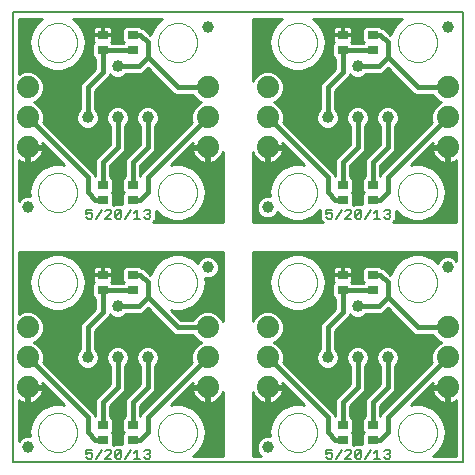
<source format=gtl>
G75*
G70*
%OFA0B0*%
%FSLAX24Y24*%
%IPPOS*%
%LPD*%
%AMOC8*
5,1,8,0,0,1.08239X$1,22.5*
%
%ADD10C,0.0050*%
%ADD11C,0.0080*%
%ADD12R,0.0354X0.0276*%
%ADD13C,0.0000*%
%ADD14C,0.0394*%
%ADD15C,0.0740*%
%ADD16C,0.0160*%
%ADD17C,0.0397*%
%ADD18C,0.0100*%
D10*
X010788Y000676D02*
X010838Y000626D01*
X010938Y000626D01*
X010988Y000676D01*
X010988Y000776D01*
X010938Y000826D01*
X010888Y000826D01*
X010788Y000776D01*
X010788Y000926D01*
X010988Y000926D01*
X011110Y000626D02*
X011311Y000926D01*
X011433Y000876D02*
X011483Y000926D01*
X011583Y000926D01*
X011633Y000876D01*
X011633Y000826D01*
X011433Y000626D01*
X011633Y000626D01*
X011755Y000676D02*
X011805Y000626D01*
X011905Y000626D01*
X011955Y000676D01*
X011955Y000876D01*
X011755Y000676D01*
X011755Y000876D01*
X011805Y000926D01*
X011905Y000926D01*
X011955Y000876D01*
X012077Y000626D02*
X012277Y000926D01*
X012399Y000826D02*
X012499Y000926D01*
X012499Y000626D01*
X012399Y000626D02*
X012599Y000626D01*
X012722Y000676D02*
X012772Y000626D01*
X012872Y000626D01*
X012922Y000676D01*
X012922Y000726D01*
X012872Y000776D01*
X012822Y000776D01*
X012872Y000776D02*
X012922Y000826D01*
X012922Y000876D01*
X012872Y000926D01*
X012772Y000926D01*
X012722Y000876D01*
X018788Y000926D02*
X018788Y000776D01*
X018888Y000826D01*
X018938Y000826D01*
X018988Y000776D01*
X018988Y000676D01*
X018938Y000626D01*
X018838Y000626D01*
X018788Y000676D01*
X018788Y000926D02*
X018988Y000926D01*
X019110Y000626D02*
X019311Y000926D01*
X019433Y000876D02*
X019483Y000926D01*
X019583Y000926D01*
X019633Y000876D01*
X019633Y000826D01*
X019433Y000626D01*
X019633Y000626D01*
X019755Y000676D02*
X019955Y000876D01*
X019955Y000676D01*
X019905Y000626D01*
X019805Y000626D01*
X019755Y000676D01*
X019755Y000876D01*
X019805Y000926D01*
X019905Y000926D01*
X019955Y000876D01*
X020077Y000626D02*
X020277Y000926D01*
X020399Y000826D02*
X020499Y000926D01*
X020499Y000626D01*
X020399Y000626D02*
X020599Y000626D01*
X020722Y000676D02*
X020772Y000626D01*
X020872Y000626D01*
X020922Y000676D01*
X020922Y000726D01*
X020872Y000776D01*
X020822Y000776D01*
X020872Y000776D02*
X020922Y000826D01*
X020922Y000876D01*
X020872Y000926D01*
X020772Y000926D01*
X020722Y000876D01*
X020772Y008626D02*
X020722Y008676D01*
X020772Y008626D02*
X020872Y008626D01*
X020922Y008676D01*
X020922Y008726D01*
X020872Y008776D01*
X020822Y008776D01*
X020872Y008776D02*
X020922Y008826D01*
X020922Y008876D01*
X020872Y008926D01*
X020772Y008926D01*
X020722Y008876D01*
X020499Y008926D02*
X020499Y008626D01*
X020399Y008626D02*
X020599Y008626D01*
X020277Y008926D02*
X020077Y008626D01*
X019955Y008676D02*
X019905Y008626D01*
X019805Y008626D01*
X019755Y008676D01*
X019955Y008876D01*
X019955Y008676D01*
X019755Y008676D02*
X019755Y008876D01*
X019805Y008926D01*
X019905Y008926D01*
X019955Y008876D01*
X019633Y008876D02*
X019583Y008926D01*
X019483Y008926D01*
X019433Y008876D01*
X019311Y008926D02*
X019110Y008626D01*
X018988Y008676D02*
X018938Y008626D01*
X018838Y008626D01*
X018788Y008676D01*
X018788Y008776D02*
X018888Y008826D01*
X018938Y008826D01*
X018988Y008776D01*
X018988Y008676D01*
X018788Y008776D02*
X018788Y008926D01*
X018988Y008926D01*
X019433Y008626D02*
X019633Y008826D01*
X019633Y008876D01*
X019633Y008626D02*
X019433Y008626D01*
X020399Y008826D02*
X020499Y008926D01*
X012922Y008876D02*
X012922Y008826D01*
X012872Y008776D01*
X012922Y008726D01*
X012922Y008676D01*
X012872Y008626D01*
X012772Y008626D01*
X012722Y008676D01*
X012599Y008626D02*
X012399Y008626D01*
X012499Y008626D02*
X012499Y008926D01*
X012399Y008826D01*
X012277Y008926D02*
X012077Y008626D01*
X011955Y008676D02*
X011905Y008626D01*
X011805Y008626D01*
X011755Y008676D01*
X011955Y008876D01*
X011955Y008676D01*
X011755Y008676D02*
X011755Y008876D01*
X011805Y008926D01*
X011905Y008926D01*
X011955Y008876D01*
X011633Y008876D02*
X011583Y008926D01*
X011483Y008926D01*
X011433Y008876D01*
X011311Y008926D02*
X011110Y008626D01*
X010988Y008676D02*
X010938Y008626D01*
X010838Y008626D01*
X010788Y008676D01*
X010788Y008776D02*
X010888Y008826D01*
X010938Y008826D01*
X010988Y008776D01*
X010988Y008676D01*
X010788Y008776D02*
X010788Y008926D01*
X010988Y008926D01*
X011433Y008626D02*
X011633Y008826D01*
X011633Y008876D01*
X011633Y008626D02*
X011433Y008626D01*
X012722Y008876D02*
X012772Y008926D01*
X012872Y008926D01*
X012922Y008876D01*
X012872Y008776D02*
X012822Y008776D01*
D11*
X008338Y015501D02*
X008338Y000501D01*
X023338Y000501D01*
X023338Y015501D01*
X008338Y015501D01*
D12*
X011338Y014757D03*
X012338Y014757D03*
X012338Y014245D03*
X011338Y014245D03*
X019338Y014245D03*
X019338Y014757D03*
X020338Y014757D03*
X020338Y014245D03*
X020338Y009757D03*
X019338Y009757D03*
X019338Y009245D03*
X020338Y009245D03*
X020338Y006757D03*
X020338Y006245D03*
X019338Y006245D03*
X019338Y006757D03*
X012338Y006757D03*
X011338Y006757D03*
X011338Y006245D03*
X012338Y006245D03*
X012338Y009245D03*
X011338Y009245D03*
X011338Y009757D03*
X012338Y009757D03*
X012338Y001757D03*
X011338Y001757D03*
X011338Y001245D03*
X012338Y001245D03*
X019338Y001245D03*
X020338Y001245D03*
X020338Y001757D03*
X019338Y001757D03*
D13*
X017188Y001501D02*
X017190Y001551D01*
X017196Y001601D01*
X017206Y001651D01*
X017219Y001699D01*
X017236Y001747D01*
X017257Y001793D01*
X017281Y001837D01*
X017309Y001879D01*
X017340Y001919D01*
X017374Y001956D01*
X017411Y001991D01*
X017450Y002022D01*
X017491Y002051D01*
X017535Y002076D01*
X017581Y002098D01*
X017628Y002116D01*
X017676Y002130D01*
X017725Y002141D01*
X017775Y002148D01*
X017825Y002151D01*
X017876Y002150D01*
X017926Y002145D01*
X017976Y002136D01*
X018024Y002124D01*
X018072Y002107D01*
X018118Y002087D01*
X018163Y002064D01*
X018206Y002037D01*
X018246Y002007D01*
X018284Y001974D01*
X018319Y001938D01*
X018352Y001899D01*
X018381Y001858D01*
X018407Y001815D01*
X018430Y001770D01*
X018449Y001723D01*
X018464Y001675D01*
X018476Y001626D01*
X018484Y001576D01*
X018488Y001526D01*
X018488Y001476D01*
X018484Y001426D01*
X018476Y001376D01*
X018464Y001327D01*
X018449Y001279D01*
X018430Y001232D01*
X018407Y001187D01*
X018381Y001144D01*
X018352Y001103D01*
X018319Y001064D01*
X018284Y001028D01*
X018246Y000995D01*
X018206Y000965D01*
X018163Y000938D01*
X018118Y000915D01*
X018072Y000895D01*
X018024Y000878D01*
X017976Y000866D01*
X017926Y000857D01*
X017876Y000852D01*
X017825Y000851D01*
X017775Y000854D01*
X017725Y000861D01*
X017676Y000872D01*
X017628Y000886D01*
X017581Y000904D01*
X017535Y000926D01*
X017491Y000951D01*
X017450Y000980D01*
X017411Y001011D01*
X017374Y001046D01*
X017340Y001083D01*
X017309Y001123D01*
X017281Y001165D01*
X017257Y001209D01*
X017236Y001255D01*
X017219Y001303D01*
X017206Y001351D01*
X017196Y001401D01*
X017190Y001451D01*
X017188Y001501D01*
X013188Y001501D02*
X013190Y001551D01*
X013196Y001601D01*
X013206Y001651D01*
X013219Y001699D01*
X013236Y001747D01*
X013257Y001793D01*
X013281Y001837D01*
X013309Y001879D01*
X013340Y001919D01*
X013374Y001956D01*
X013411Y001991D01*
X013450Y002022D01*
X013491Y002051D01*
X013535Y002076D01*
X013581Y002098D01*
X013628Y002116D01*
X013676Y002130D01*
X013725Y002141D01*
X013775Y002148D01*
X013825Y002151D01*
X013876Y002150D01*
X013926Y002145D01*
X013976Y002136D01*
X014024Y002124D01*
X014072Y002107D01*
X014118Y002087D01*
X014163Y002064D01*
X014206Y002037D01*
X014246Y002007D01*
X014284Y001974D01*
X014319Y001938D01*
X014352Y001899D01*
X014381Y001858D01*
X014407Y001815D01*
X014430Y001770D01*
X014449Y001723D01*
X014464Y001675D01*
X014476Y001626D01*
X014484Y001576D01*
X014488Y001526D01*
X014488Y001476D01*
X014484Y001426D01*
X014476Y001376D01*
X014464Y001327D01*
X014449Y001279D01*
X014430Y001232D01*
X014407Y001187D01*
X014381Y001144D01*
X014352Y001103D01*
X014319Y001064D01*
X014284Y001028D01*
X014246Y000995D01*
X014206Y000965D01*
X014163Y000938D01*
X014118Y000915D01*
X014072Y000895D01*
X014024Y000878D01*
X013976Y000866D01*
X013926Y000857D01*
X013876Y000852D01*
X013825Y000851D01*
X013775Y000854D01*
X013725Y000861D01*
X013676Y000872D01*
X013628Y000886D01*
X013581Y000904D01*
X013535Y000926D01*
X013491Y000951D01*
X013450Y000980D01*
X013411Y001011D01*
X013374Y001046D01*
X013340Y001083D01*
X013309Y001123D01*
X013281Y001165D01*
X013257Y001209D01*
X013236Y001255D01*
X013219Y001303D01*
X013206Y001351D01*
X013196Y001401D01*
X013190Y001451D01*
X013188Y001501D01*
X009188Y001501D02*
X009190Y001551D01*
X009196Y001601D01*
X009206Y001651D01*
X009219Y001699D01*
X009236Y001747D01*
X009257Y001793D01*
X009281Y001837D01*
X009309Y001879D01*
X009340Y001919D01*
X009374Y001956D01*
X009411Y001991D01*
X009450Y002022D01*
X009491Y002051D01*
X009535Y002076D01*
X009581Y002098D01*
X009628Y002116D01*
X009676Y002130D01*
X009725Y002141D01*
X009775Y002148D01*
X009825Y002151D01*
X009876Y002150D01*
X009926Y002145D01*
X009976Y002136D01*
X010024Y002124D01*
X010072Y002107D01*
X010118Y002087D01*
X010163Y002064D01*
X010206Y002037D01*
X010246Y002007D01*
X010284Y001974D01*
X010319Y001938D01*
X010352Y001899D01*
X010381Y001858D01*
X010407Y001815D01*
X010430Y001770D01*
X010449Y001723D01*
X010464Y001675D01*
X010476Y001626D01*
X010484Y001576D01*
X010488Y001526D01*
X010488Y001476D01*
X010484Y001426D01*
X010476Y001376D01*
X010464Y001327D01*
X010449Y001279D01*
X010430Y001232D01*
X010407Y001187D01*
X010381Y001144D01*
X010352Y001103D01*
X010319Y001064D01*
X010284Y001028D01*
X010246Y000995D01*
X010206Y000965D01*
X010163Y000938D01*
X010118Y000915D01*
X010072Y000895D01*
X010024Y000878D01*
X009976Y000866D01*
X009926Y000857D01*
X009876Y000852D01*
X009825Y000851D01*
X009775Y000854D01*
X009725Y000861D01*
X009676Y000872D01*
X009628Y000886D01*
X009581Y000904D01*
X009535Y000926D01*
X009491Y000951D01*
X009450Y000980D01*
X009411Y001011D01*
X009374Y001046D01*
X009340Y001083D01*
X009309Y001123D01*
X009281Y001165D01*
X009257Y001209D01*
X009236Y001255D01*
X009219Y001303D01*
X009206Y001351D01*
X009196Y001401D01*
X009190Y001451D01*
X009188Y001501D01*
X021188Y001501D02*
X021190Y001551D01*
X021196Y001601D01*
X021206Y001651D01*
X021219Y001699D01*
X021236Y001747D01*
X021257Y001793D01*
X021281Y001837D01*
X021309Y001879D01*
X021340Y001919D01*
X021374Y001956D01*
X021411Y001991D01*
X021450Y002022D01*
X021491Y002051D01*
X021535Y002076D01*
X021581Y002098D01*
X021628Y002116D01*
X021676Y002130D01*
X021725Y002141D01*
X021775Y002148D01*
X021825Y002151D01*
X021876Y002150D01*
X021926Y002145D01*
X021976Y002136D01*
X022024Y002124D01*
X022072Y002107D01*
X022118Y002087D01*
X022163Y002064D01*
X022206Y002037D01*
X022246Y002007D01*
X022284Y001974D01*
X022319Y001938D01*
X022352Y001899D01*
X022381Y001858D01*
X022407Y001815D01*
X022430Y001770D01*
X022449Y001723D01*
X022464Y001675D01*
X022476Y001626D01*
X022484Y001576D01*
X022488Y001526D01*
X022488Y001476D01*
X022484Y001426D01*
X022476Y001376D01*
X022464Y001327D01*
X022449Y001279D01*
X022430Y001232D01*
X022407Y001187D01*
X022381Y001144D01*
X022352Y001103D01*
X022319Y001064D01*
X022284Y001028D01*
X022246Y000995D01*
X022206Y000965D01*
X022163Y000938D01*
X022118Y000915D01*
X022072Y000895D01*
X022024Y000878D01*
X021976Y000866D01*
X021926Y000857D01*
X021876Y000852D01*
X021825Y000851D01*
X021775Y000854D01*
X021725Y000861D01*
X021676Y000872D01*
X021628Y000886D01*
X021581Y000904D01*
X021535Y000926D01*
X021491Y000951D01*
X021450Y000980D01*
X021411Y001011D01*
X021374Y001046D01*
X021340Y001083D01*
X021309Y001123D01*
X021281Y001165D01*
X021257Y001209D01*
X021236Y001255D01*
X021219Y001303D01*
X021206Y001351D01*
X021196Y001401D01*
X021190Y001451D01*
X021188Y001501D01*
X021188Y006501D02*
X021190Y006551D01*
X021196Y006601D01*
X021206Y006651D01*
X021219Y006699D01*
X021236Y006747D01*
X021257Y006793D01*
X021281Y006837D01*
X021309Y006879D01*
X021340Y006919D01*
X021374Y006956D01*
X021411Y006991D01*
X021450Y007022D01*
X021491Y007051D01*
X021535Y007076D01*
X021581Y007098D01*
X021628Y007116D01*
X021676Y007130D01*
X021725Y007141D01*
X021775Y007148D01*
X021825Y007151D01*
X021876Y007150D01*
X021926Y007145D01*
X021976Y007136D01*
X022024Y007124D01*
X022072Y007107D01*
X022118Y007087D01*
X022163Y007064D01*
X022206Y007037D01*
X022246Y007007D01*
X022284Y006974D01*
X022319Y006938D01*
X022352Y006899D01*
X022381Y006858D01*
X022407Y006815D01*
X022430Y006770D01*
X022449Y006723D01*
X022464Y006675D01*
X022476Y006626D01*
X022484Y006576D01*
X022488Y006526D01*
X022488Y006476D01*
X022484Y006426D01*
X022476Y006376D01*
X022464Y006327D01*
X022449Y006279D01*
X022430Y006232D01*
X022407Y006187D01*
X022381Y006144D01*
X022352Y006103D01*
X022319Y006064D01*
X022284Y006028D01*
X022246Y005995D01*
X022206Y005965D01*
X022163Y005938D01*
X022118Y005915D01*
X022072Y005895D01*
X022024Y005878D01*
X021976Y005866D01*
X021926Y005857D01*
X021876Y005852D01*
X021825Y005851D01*
X021775Y005854D01*
X021725Y005861D01*
X021676Y005872D01*
X021628Y005886D01*
X021581Y005904D01*
X021535Y005926D01*
X021491Y005951D01*
X021450Y005980D01*
X021411Y006011D01*
X021374Y006046D01*
X021340Y006083D01*
X021309Y006123D01*
X021281Y006165D01*
X021257Y006209D01*
X021236Y006255D01*
X021219Y006303D01*
X021206Y006351D01*
X021196Y006401D01*
X021190Y006451D01*
X021188Y006501D01*
X017188Y006501D02*
X017190Y006551D01*
X017196Y006601D01*
X017206Y006651D01*
X017219Y006699D01*
X017236Y006747D01*
X017257Y006793D01*
X017281Y006837D01*
X017309Y006879D01*
X017340Y006919D01*
X017374Y006956D01*
X017411Y006991D01*
X017450Y007022D01*
X017491Y007051D01*
X017535Y007076D01*
X017581Y007098D01*
X017628Y007116D01*
X017676Y007130D01*
X017725Y007141D01*
X017775Y007148D01*
X017825Y007151D01*
X017876Y007150D01*
X017926Y007145D01*
X017976Y007136D01*
X018024Y007124D01*
X018072Y007107D01*
X018118Y007087D01*
X018163Y007064D01*
X018206Y007037D01*
X018246Y007007D01*
X018284Y006974D01*
X018319Y006938D01*
X018352Y006899D01*
X018381Y006858D01*
X018407Y006815D01*
X018430Y006770D01*
X018449Y006723D01*
X018464Y006675D01*
X018476Y006626D01*
X018484Y006576D01*
X018488Y006526D01*
X018488Y006476D01*
X018484Y006426D01*
X018476Y006376D01*
X018464Y006327D01*
X018449Y006279D01*
X018430Y006232D01*
X018407Y006187D01*
X018381Y006144D01*
X018352Y006103D01*
X018319Y006064D01*
X018284Y006028D01*
X018246Y005995D01*
X018206Y005965D01*
X018163Y005938D01*
X018118Y005915D01*
X018072Y005895D01*
X018024Y005878D01*
X017976Y005866D01*
X017926Y005857D01*
X017876Y005852D01*
X017825Y005851D01*
X017775Y005854D01*
X017725Y005861D01*
X017676Y005872D01*
X017628Y005886D01*
X017581Y005904D01*
X017535Y005926D01*
X017491Y005951D01*
X017450Y005980D01*
X017411Y006011D01*
X017374Y006046D01*
X017340Y006083D01*
X017309Y006123D01*
X017281Y006165D01*
X017257Y006209D01*
X017236Y006255D01*
X017219Y006303D01*
X017206Y006351D01*
X017196Y006401D01*
X017190Y006451D01*
X017188Y006501D01*
X013188Y006501D02*
X013190Y006551D01*
X013196Y006601D01*
X013206Y006651D01*
X013219Y006699D01*
X013236Y006747D01*
X013257Y006793D01*
X013281Y006837D01*
X013309Y006879D01*
X013340Y006919D01*
X013374Y006956D01*
X013411Y006991D01*
X013450Y007022D01*
X013491Y007051D01*
X013535Y007076D01*
X013581Y007098D01*
X013628Y007116D01*
X013676Y007130D01*
X013725Y007141D01*
X013775Y007148D01*
X013825Y007151D01*
X013876Y007150D01*
X013926Y007145D01*
X013976Y007136D01*
X014024Y007124D01*
X014072Y007107D01*
X014118Y007087D01*
X014163Y007064D01*
X014206Y007037D01*
X014246Y007007D01*
X014284Y006974D01*
X014319Y006938D01*
X014352Y006899D01*
X014381Y006858D01*
X014407Y006815D01*
X014430Y006770D01*
X014449Y006723D01*
X014464Y006675D01*
X014476Y006626D01*
X014484Y006576D01*
X014488Y006526D01*
X014488Y006476D01*
X014484Y006426D01*
X014476Y006376D01*
X014464Y006327D01*
X014449Y006279D01*
X014430Y006232D01*
X014407Y006187D01*
X014381Y006144D01*
X014352Y006103D01*
X014319Y006064D01*
X014284Y006028D01*
X014246Y005995D01*
X014206Y005965D01*
X014163Y005938D01*
X014118Y005915D01*
X014072Y005895D01*
X014024Y005878D01*
X013976Y005866D01*
X013926Y005857D01*
X013876Y005852D01*
X013825Y005851D01*
X013775Y005854D01*
X013725Y005861D01*
X013676Y005872D01*
X013628Y005886D01*
X013581Y005904D01*
X013535Y005926D01*
X013491Y005951D01*
X013450Y005980D01*
X013411Y006011D01*
X013374Y006046D01*
X013340Y006083D01*
X013309Y006123D01*
X013281Y006165D01*
X013257Y006209D01*
X013236Y006255D01*
X013219Y006303D01*
X013206Y006351D01*
X013196Y006401D01*
X013190Y006451D01*
X013188Y006501D01*
X009188Y006501D02*
X009190Y006551D01*
X009196Y006601D01*
X009206Y006651D01*
X009219Y006699D01*
X009236Y006747D01*
X009257Y006793D01*
X009281Y006837D01*
X009309Y006879D01*
X009340Y006919D01*
X009374Y006956D01*
X009411Y006991D01*
X009450Y007022D01*
X009491Y007051D01*
X009535Y007076D01*
X009581Y007098D01*
X009628Y007116D01*
X009676Y007130D01*
X009725Y007141D01*
X009775Y007148D01*
X009825Y007151D01*
X009876Y007150D01*
X009926Y007145D01*
X009976Y007136D01*
X010024Y007124D01*
X010072Y007107D01*
X010118Y007087D01*
X010163Y007064D01*
X010206Y007037D01*
X010246Y007007D01*
X010284Y006974D01*
X010319Y006938D01*
X010352Y006899D01*
X010381Y006858D01*
X010407Y006815D01*
X010430Y006770D01*
X010449Y006723D01*
X010464Y006675D01*
X010476Y006626D01*
X010484Y006576D01*
X010488Y006526D01*
X010488Y006476D01*
X010484Y006426D01*
X010476Y006376D01*
X010464Y006327D01*
X010449Y006279D01*
X010430Y006232D01*
X010407Y006187D01*
X010381Y006144D01*
X010352Y006103D01*
X010319Y006064D01*
X010284Y006028D01*
X010246Y005995D01*
X010206Y005965D01*
X010163Y005938D01*
X010118Y005915D01*
X010072Y005895D01*
X010024Y005878D01*
X009976Y005866D01*
X009926Y005857D01*
X009876Y005852D01*
X009825Y005851D01*
X009775Y005854D01*
X009725Y005861D01*
X009676Y005872D01*
X009628Y005886D01*
X009581Y005904D01*
X009535Y005926D01*
X009491Y005951D01*
X009450Y005980D01*
X009411Y006011D01*
X009374Y006046D01*
X009340Y006083D01*
X009309Y006123D01*
X009281Y006165D01*
X009257Y006209D01*
X009236Y006255D01*
X009219Y006303D01*
X009206Y006351D01*
X009196Y006401D01*
X009190Y006451D01*
X009188Y006501D01*
X009188Y009501D02*
X009190Y009551D01*
X009196Y009601D01*
X009206Y009651D01*
X009219Y009699D01*
X009236Y009747D01*
X009257Y009793D01*
X009281Y009837D01*
X009309Y009879D01*
X009340Y009919D01*
X009374Y009956D01*
X009411Y009991D01*
X009450Y010022D01*
X009491Y010051D01*
X009535Y010076D01*
X009581Y010098D01*
X009628Y010116D01*
X009676Y010130D01*
X009725Y010141D01*
X009775Y010148D01*
X009825Y010151D01*
X009876Y010150D01*
X009926Y010145D01*
X009976Y010136D01*
X010024Y010124D01*
X010072Y010107D01*
X010118Y010087D01*
X010163Y010064D01*
X010206Y010037D01*
X010246Y010007D01*
X010284Y009974D01*
X010319Y009938D01*
X010352Y009899D01*
X010381Y009858D01*
X010407Y009815D01*
X010430Y009770D01*
X010449Y009723D01*
X010464Y009675D01*
X010476Y009626D01*
X010484Y009576D01*
X010488Y009526D01*
X010488Y009476D01*
X010484Y009426D01*
X010476Y009376D01*
X010464Y009327D01*
X010449Y009279D01*
X010430Y009232D01*
X010407Y009187D01*
X010381Y009144D01*
X010352Y009103D01*
X010319Y009064D01*
X010284Y009028D01*
X010246Y008995D01*
X010206Y008965D01*
X010163Y008938D01*
X010118Y008915D01*
X010072Y008895D01*
X010024Y008878D01*
X009976Y008866D01*
X009926Y008857D01*
X009876Y008852D01*
X009825Y008851D01*
X009775Y008854D01*
X009725Y008861D01*
X009676Y008872D01*
X009628Y008886D01*
X009581Y008904D01*
X009535Y008926D01*
X009491Y008951D01*
X009450Y008980D01*
X009411Y009011D01*
X009374Y009046D01*
X009340Y009083D01*
X009309Y009123D01*
X009281Y009165D01*
X009257Y009209D01*
X009236Y009255D01*
X009219Y009303D01*
X009206Y009351D01*
X009196Y009401D01*
X009190Y009451D01*
X009188Y009501D01*
X013188Y009501D02*
X013190Y009551D01*
X013196Y009601D01*
X013206Y009651D01*
X013219Y009699D01*
X013236Y009747D01*
X013257Y009793D01*
X013281Y009837D01*
X013309Y009879D01*
X013340Y009919D01*
X013374Y009956D01*
X013411Y009991D01*
X013450Y010022D01*
X013491Y010051D01*
X013535Y010076D01*
X013581Y010098D01*
X013628Y010116D01*
X013676Y010130D01*
X013725Y010141D01*
X013775Y010148D01*
X013825Y010151D01*
X013876Y010150D01*
X013926Y010145D01*
X013976Y010136D01*
X014024Y010124D01*
X014072Y010107D01*
X014118Y010087D01*
X014163Y010064D01*
X014206Y010037D01*
X014246Y010007D01*
X014284Y009974D01*
X014319Y009938D01*
X014352Y009899D01*
X014381Y009858D01*
X014407Y009815D01*
X014430Y009770D01*
X014449Y009723D01*
X014464Y009675D01*
X014476Y009626D01*
X014484Y009576D01*
X014488Y009526D01*
X014488Y009476D01*
X014484Y009426D01*
X014476Y009376D01*
X014464Y009327D01*
X014449Y009279D01*
X014430Y009232D01*
X014407Y009187D01*
X014381Y009144D01*
X014352Y009103D01*
X014319Y009064D01*
X014284Y009028D01*
X014246Y008995D01*
X014206Y008965D01*
X014163Y008938D01*
X014118Y008915D01*
X014072Y008895D01*
X014024Y008878D01*
X013976Y008866D01*
X013926Y008857D01*
X013876Y008852D01*
X013825Y008851D01*
X013775Y008854D01*
X013725Y008861D01*
X013676Y008872D01*
X013628Y008886D01*
X013581Y008904D01*
X013535Y008926D01*
X013491Y008951D01*
X013450Y008980D01*
X013411Y009011D01*
X013374Y009046D01*
X013340Y009083D01*
X013309Y009123D01*
X013281Y009165D01*
X013257Y009209D01*
X013236Y009255D01*
X013219Y009303D01*
X013206Y009351D01*
X013196Y009401D01*
X013190Y009451D01*
X013188Y009501D01*
X017188Y009501D02*
X017190Y009551D01*
X017196Y009601D01*
X017206Y009651D01*
X017219Y009699D01*
X017236Y009747D01*
X017257Y009793D01*
X017281Y009837D01*
X017309Y009879D01*
X017340Y009919D01*
X017374Y009956D01*
X017411Y009991D01*
X017450Y010022D01*
X017491Y010051D01*
X017535Y010076D01*
X017581Y010098D01*
X017628Y010116D01*
X017676Y010130D01*
X017725Y010141D01*
X017775Y010148D01*
X017825Y010151D01*
X017876Y010150D01*
X017926Y010145D01*
X017976Y010136D01*
X018024Y010124D01*
X018072Y010107D01*
X018118Y010087D01*
X018163Y010064D01*
X018206Y010037D01*
X018246Y010007D01*
X018284Y009974D01*
X018319Y009938D01*
X018352Y009899D01*
X018381Y009858D01*
X018407Y009815D01*
X018430Y009770D01*
X018449Y009723D01*
X018464Y009675D01*
X018476Y009626D01*
X018484Y009576D01*
X018488Y009526D01*
X018488Y009476D01*
X018484Y009426D01*
X018476Y009376D01*
X018464Y009327D01*
X018449Y009279D01*
X018430Y009232D01*
X018407Y009187D01*
X018381Y009144D01*
X018352Y009103D01*
X018319Y009064D01*
X018284Y009028D01*
X018246Y008995D01*
X018206Y008965D01*
X018163Y008938D01*
X018118Y008915D01*
X018072Y008895D01*
X018024Y008878D01*
X017976Y008866D01*
X017926Y008857D01*
X017876Y008852D01*
X017825Y008851D01*
X017775Y008854D01*
X017725Y008861D01*
X017676Y008872D01*
X017628Y008886D01*
X017581Y008904D01*
X017535Y008926D01*
X017491Y008951D01*
X017450Y008980D01*
X017411Y009011D01*
X017374Y009046D01*
X017340Y009083D01*
X017309Y009123D01*
X017281Y009165D01*
X017257Y009209D01*
X017236Y009255D01*
X017219Y009303D01*
X017206Y009351D01*
X017196Y009401D01*
X017190Y009451D01*
X017188Y009501D01*
X021188Y009501D02*
X021190Y009551D01*
X021196Y009601D01*
X021206Y009651D01*
X021219Y009699D01*
X021236Y009747D01*
X021257Y009793D01*
X021281Y009837D01*
X021309Y009879D01*
X021340Y009919D01*
X021374Y009956D01*
X021411Y009991D01*
X021450Y010022D01*
X021491Y010051D01*
X021535Y010076D01*
X021581Y010098D01*
X021628Y010116D01*
X021676Y010130D01*
X021725Y010141D01*
X021775Y010148D01*
X021825Y010151D01*
X021876Y010150D01*
X021926Y010145D01*
X021976Y010136D01*
X022024Y010124D01*
X022072Y010107D01*
X022118Y010087D01*
X022163Y010064D01*
X022206Y010037D01*
X022246Y010007D01*
X022284Y009974D01*
X022319Y009938D01*
X022352Y009899D01*
X022381Y009858D01*
X022407Y009815D01*
X022430Y009770D01*
X022449Y009723D01*
X022464Y009675D01*
X022476Y009626D01*
X022484Y009576D01*
X022488Y009526D01*
X022488Y009476D01*
X022484Y009426D01*
X022476Y009376D01*
X022464Y009327D01*
X022449Y009279D01*
X022430Y009232D01*
X022407Y009187D01*
X022381Y009144D01*
X022352Y009103D01*
X022319Y009064D01*
X022284Y009028D01*
X022246Y008995D01*
X022206Y008965D01*
X022163Y008938D01*
X022118Y008915D01*
X022072Y008895D01*
X022024Y008878D01*
X021976Y008866D01*
X021926Y008857D01*
X021876Y008852D01*
X021825Y008851D01*
X021775Y008854D01*
X021725Y008861D01*
X021676Y008872D01*
X021628Y008886D01*
X021581Y008904D01*
X021535Y008926D01*
X021491Y008951D01*
X021450Y008980D01*
X021411Y009011D01*
X021374Y009046D01*
X021340Y009083D01*
X021309Y009123D01*
X021281Y009165D01*
X021257Y009209D01*
X021236Y009255D01*
X021219Y009303D01*
X021206Y009351D01*
X021196Y009401D01*
X021190Y009451D01*
X021188Y009501D01*
X021188Y014501D02*
X021190Y014551D01*
X021196Y014601D01*
X021206Y014651D01*
X021219Y014699D01*
X021236Y014747D01*
X021257Y014793D01*
X021281Y014837D01*
X021309Y014879D01*
X021340Y014919D01*
X021374Y014956D01*
X021411Y014991D01*
X021450Y015022D01*
X021491Y015051D01*
X021535Y015076D01*
X021581Y015098D01*
X021628Y015116D01*
X021676Y015130D01*
X021725Y015141D01*
X021775Y015148D01*
X021825Y015151D01*
X021876Y015150D01*
X021926Y015145D01*
X021976Y015136D01*
X022024Y015124D01*
X022072Y015107D01*
X022118Y015087D01*
X022163Y015064D01*
X022206Y015037D01*
X022246Y015007D01*
X022284Y014974D01*
X022319Y014938D01*
X022352Y014899D01*
X022381Y014858D01*
X022407Y014815D01*
X022430Y014770D01*
X022449Y014723D01*
X022464Y014675D01*
X022476Y014626D01*
X022484Y014576D01*
X022488Y014526D01*
X022488Y014476D01*
X022484Y014426D01*
X022476Y014376D01*
X022464Y014327D01*
X022449Y014279D01*
X022430Y014232D01*
X022407Y014187D01*
X022381Y014144D01*
X022352Y014103D01*
X022319Y014064D01*
X022284Y014028D01*
X022246Y013995D01*
X022206Y013965D01*
X022163Y013938D01*
X022118Y013915D01*
X022072Y013895D01*
X022024Y013878D01*
X021976Y013866D01*
X021926Y013857D01*
X021876Y013852D01*
X021825Y013851D01*
X021775Y013854D01*
X021725Y013861D01*
X021676Y013872D01*
X021628Y013886D01*
X021581Y013904D01*
X021535Y013926D01*
X021491Y013951D01*
X021450Y013980D01*
X021411Y014011D01*
X021374Y014046D01*
X021340Y014083D01*
X021309Y014123D01*
X021281Y014165D01*
X021257Y014209D01*
X021236Y014255D01*
X021219Y014303D01*
X021206Y014351D01*
X021196Y014401D01*
X021190Y014451D01*
X021188Y014501D01*
X017188Y014501D02*
X017190Y014551D01*
X017196Y014601D01*
X017206Y014651D01*
X017219Y014699D01*
X017236Y014747D01*
X017257Y014793D01*
X017281Y014837D01*
X017309Y014879D01*
X017340Y014919D01*
X017374Y014956D01*
X017411Y014991D01*
X017450Y015022D01*
X017491Y015051D01*
X017535Y015076D01*
X017581Y015098D01*
X017628Y015116D01*
X017676Y015130D01*
X017725Y015141D01*
X017775Y015148D01*
X017825Y015151D01*
X017876Y015150D01*
X017926Y015145D01*
X017976Y015136D01*
X018024Y015124D01*
X018072Y015107D01*
X018118Y015087D01*
X018163Y015064D01*
X018206Y015037D01*
X018246Y015007D01*
X018284Y014974D01*
X018319Y014938D01*
X018352Y014899D01*
X018381Y014858D01*
X018407Y014815D01*
X018430Y014770D01*
X018449Y014723D01*
X018464Y014675D01*
X018476Y014626D01*
X018484Y014576D01*
X018488Y014526D01*
X018488Y014476D01*
X018484Y014426D01*
X018476Y014376D01*
X018464Y014327D01*
X018449Y014279D01*
X018430Y014232D01*
X018407Y014187D01*
X018381Y014144D01*
X018352Y014103D01*
X018319Y014064D01*
X018284Y014028D01*
X018246Y013995D01*
X018206Y013965D01*
X018163Y013938D01*
X018118Y013915D01*
X018072Y013895D01*
X018024Y013878D01*
X017976Y013866D01*
X017926Y013857D01*
X017876Y013852D01*
X017825Y013851D01*
X017775Y013854D01*
X017725Y013861D01*
X017676Y013872D01*
X017628Y013886D01*
X017581Y013904D01*
X017535Y013926D01*
X017491Y013951D01*
X017450Y013980D01*
X017411Y014011D01*
X017374Y014046D01*
X017340Y014083D01*
X017309Y014123D01*
X017281Y014165D01*
X017257Y014209D01*
X017236Y014255D01*
X017219Y014303D01*
X017206Y014351D01*
X017196Y014401D01*
X017190Y014451D01*
X017188Y014501D01*
X013188Y014501D02*
X013190Y014551D01*
X013196Y014601D01*
X013206Y014651D01*
X013219Y014699D01*
X013236Y014747D01*
X013257Y014793D01*
X013281Y014837D01*
X013309Y014879D01*
X013340Y014919D01*
X013374Y014956D01*
X013411Y014991D01*
X013450Y015022D01*
X013491Y015051D01*
X013535Y015076D01*
X013581Y015098D01*
X013628Y015116D01*
X013676Y015130D01*
X013725Y015141D01*
X013775Y015148D01*
X013825Y015151D01*
X013876Y015150D01*
X013926Y015145D01*
X013976Y015136D01*
X014024Y015124D01*
X014072Y015107D01*
X014118Y015087D01*
X014163Y015064D01*
X014206Y015037D01*
X014246Y015007D01*
X014284Y014974D01*
X014319Y014938D01*
X014352Y014899D01*
X014381Y014858D01*
X014407Y014815D01*
X014430Y014770D01*
X014449Y014723D01*
X014464Y014675D01*
X014476Y014626D01*
X014484Y014576D01*
X014488Y014526D01*
X014488Y014476D01*
X014484Y014426D01*
X014476Y014376D01*
X014464Y014327D01*
X014449Y014279D01*
X014430Y014232D01*
X014407Y014187D01*
X014381Y014144D01*
X014352Y014103D01*
X014319Y014064D01*
X014284Y014028D01*
X014246Y013995D01*
X014206Y013965D01*
X014163Y013938D01*
X014118Y013915D01*
X014072Y013895D01*
X014024Y013878D01*
X013976Y013866D01*
X013926Y013857D01*
X013876Y013852D01*
X013825Y013851D01*
X013775Y013854D01*
X013725Y013861D01*
X013676Y013872D01*
X013628Y013886D01*
X013581Y013904D01*
X013535Y013926D01*
X013491Y013951D01*
X013450Y013980D01*
X013411Y014011D01*
X013374Y014046D01*
X013340Y014083D01*
X013309Y014123D01*
X013281Y014165D01*
X013257Y014209D01*
X013236Y014255D01*
X013219Y014303D01*
X013206Y014351D01*
X013196Y014401D01*
X013190Y014451D01*
X013188Y014501D01*
X009188Y014501D02*
X009190Y014551D01*
X009196Y014601D01*
X009206Y014651D01*
X009219Y014699D01*
X009236Y014747D01*
X009257Y014793D01*
X009281Y014837D01*
X009309Y014879D01*
X009340Y014919D01*
X009374Y014956D01*
X009411Y014991D01*
X009450Y015022D01*
X009491Y015051D01*
X009535Y015076D01*
X009581Y015098D01*
X009628Y015116D01*
X009676Y015130D01*
X009725Y015141D01*
X009775Y015148D01*
X009825Y015151D01*
X009876Y015150D01*
X009926Y015145D01*
X009976Y015136D01*
X010024Y015124D01*
X010072Y015107D01*
X010118Y015087D01*
X010163Y015064D01*
X010206Y015037D01*
X010246Y015007D01*
X010284Y014974D01*
X010319Y014938D01*
X010352Y014899D01*
X010381Y014858D01*
X010407Y014815D01*
X010430Y014770D01*
X010449Y014723D01*
X010464Y014675D01*
X010476Y014626D01*
X010484Y014576D01*
X010488Y014526D01*
X010488Y014476D01*
X010484Y014426D01*
X010476Y014376D01*
X010464Y014327D01*
X010449Y014279D01*
X010430Y014232D01*
X010407Y014187D01*
X010381Y014144D01*
X010352Y014103D01*
X010319Y014064D01*
X010284Y014028D01*
X010246Y013995D01*
X010206Y013965D01*
X010163Y013938D01*
X010118Y013915D01*
X010072Y013895D01*
X010024Y013878D01*
X009976Y013866D01*
X009926Y013857D01*
X009876Y013852D01*
X009825Y013851D01*
X009775Y013854D01*
X009725Y013861D01*
X009676Y013872D01*
X009628Y013886D01*
X009581Y013904D01*
X009535Y013926D01*
X009491Y013951D01*
X009450Y013980D01*
X009411Y014011D01*
X009374Y014046D01*
X009340Y014083D01*
X009309Y014123D01*
X009281Y014165D01*
X009257Y014209D01*
X009236Y014255D01*
X009219Y014303D01*
X009206Y014351D01*
X009196Y014401D01*
X009190Y014451D01*
X009188Y014501D01*
D14*
X014838Y015001D03*
X022838Y015001D03*
X016838Y009001D03*
X014838Y007001D03*
X008838Y009001D03*
X022838Y007001D03*
X016838Y001001D03*
X008838Y001001D03*
D15*
X008838Y003001D03*
X008838Y004001D03*
X008838Y005001D03*
X014838Y005001D03*
X016838Y005001D03*
X016838Y004001D03*
X014838Y004001D03*
X014838Y003001D03*
X016838Y003001D03*
X022838Y003001D03*
X022838Y004001D03*
X022838Y005001D03*
X022838Y011001D03*
X022838Y012001D03*
X022838Y013001D03*
X016838Y013001D03*
X014838Y013001D03*
X014838Y012001D03*
X016838Y012001D03*
X016838Y011001D03*
X014838Y011001D03*
X008838Y011001D03*
X008838Y012001D03*
X008838Y013001D03*
D16*
X010838Y013001D02*
X011338Y013501D01*
X011338Y014245D01*
X012338Y014245D01*
X012838Y014001D02*
X012538Y013701D01*
X011838Y013701D01*
X012838Y014001D02*
X013838Y013001D01*
X014838Y013001D01*
X014838Y012001D02*
X012838Y010001D01*
X012838Y009501D01*
X012582Y009245D01*
X012338Y009245D01*
X011338Y009245D02*
X011094Y009245D01*
X010838Y009501D01*
X010838Y010001D01*
X008838Y012001D01*
X010838Y012001D02*
X010838Y013001D01*
X011838Y012001D02*
X011838Y011001D01*
X011338Y010501D01*
X011338Y009757D01*
X012338Y009757D02*
X012338Y010501D01*
X012838Y011001D01*
X012838Y012001D01*
X016838Y012001D02*
X018838Y010001D01*
X018838Y009501D01*
X019094Y009245D01*
X019338Y009245D01*
X020338Y009245D02*
X020582Y009245D01*
X020838Y009501D01*
X020838Y010001D01*
X022838Y012001D01*
X020838Y012001D02*
X020838Y011001D01*
X020338Y010501D01*
X020338Y009757D01*
X019338Y009757D02*
X019338Y010501D01*
X019838Y011001D01*
X019838Y012001D01*
X018838Y012001D02*
X018838Y013001D01*
X019338Y013501D01*
X019338Y014245D01*
X020338Y014245D01*
X020838Y014001D02*
X020538Y013701D01*
X019838Y013701D01*
X020838Y014001D02*
X021838Y013001D01*
X022838Y013001D01*
X020838Y014001D02*
X020838Y014501D01*
X020582Y014757D01*
X020338Y014757D01*
X012838Y014501D02*
X012838Y014001D01*
X012838Y014501D02*
X012582Y014757D01*
X012338Y014757D01*
X012338Y006757D02*
X012582Y006757D01*
X012838Y006501D01*
X012838Y006001D01*
X012538Y005701D01*
X011838Y005701D01*
X011338Y005501D02*
X011338Y006245D01*
X012338Y006245D01*
X012838Y006001D02*
X013838Y005001D01*
X014838Y005001D01*
X014838Y004001D02*
X012838Y002001D01*
X012838Y001501D01*
X012582Y001245D01*
X012338Y001245D01*
X011338Y001245D02*
X011094Y001245D01*
X010838Y001501D01*
X010838Y002001D01*
X008838Y004001D01*
X010838Y004001D02*
X010838Y005001D01*
X011338Y005501D01*
X011838Y004001D02*
X011838Y003001D01*
X011338Y002501D01*
X011338Y001757D01*
X012338Y001757D02*
X012338Y002501D01*
X012838Y003001D01*
X012838Y004001D01*
X016838Y004001D02*
X018838Y002001D01*
X018838Y001501D01*
X019094Y001245D01*
X019338Y001245D01*
X020338Y001245D02*
X020582Y001245D01*
X020838Y001501D01*
X020838Y002001D01*
X022838Y004001D01*
X020838Y004001D02*
X020838Y003001D01*
X020338Y002501D01*
X020338Y001757D01*
X019338Y001757D02*
X019338Y002501D01*
X019838Y003001D01*
X019838Y004001D01*
X018838Y004001D02*
X018838Y005001D01*
X019338Y005501D01*
X019338Y006245D01*
X020338Y006245D01*
X020838Y006001D02*
X020538Y005701D01*
X019838Y005701D01*
X020838Y006001D02*
X021838Y005001D01*
X022838Y005001D01*
X020838Y006001D02*
X020838Y006501D01*
X020582Y006757D01*
X020338Y006757D01*
D17*
X019838Y005701D03*
X017838Y004501D03*
X018838Y004001D03*
X018338Y003501D03*
X019838Y004001D03*
X020838Y004001D03*
X021338Y003501D03*
X021838Y004501D03*
X022838Y002001D03*
X016838Y002001D03*
X014838Y002001D03*
X013338Y003501D03*
X012838Y004001D03*
X011838Y004001D03*
X010838Y004001D03*
X010338Y003501D03*
X009838Y004501D03*
X011838Y005701D03*
X013838Y004501D03*
X008838Y002001D03*
X008838Y010001D03*
X010338Y011501D03*
X010838Y012001D03*
X011838Y012001D03*
X012838Y012001D03*
X013338Y011501D03*
X013838Y012501D03*
X011838Y013701D03*
X009838Y012501D03*
X014838Y010001D03*
X016838Y010001D03*
X018338Y011501D03*
X018838Y012001D03*
X019838Y012001D03*
X020838Y012001D03*
X021338Y011501D03*
X021838Y012501D03*
X019838Y013701D03*
X017838Y012501D03*
X022838Y010001D03*
D18*
X022685Y009914D02*
X023128Y009914D01*
X023128Y010012D02*
X022628Y010012D01*
X022571Y010111D02*
X023128Y010111D01*
X023128Y010209D02*
X022456Y010209D01*
X022569Y010115D02*
X022315Y010328D01*
X022004Y010441D01*
X021925Y010441D01*
X021838Y010441D01*
X021837Y010441D01*
X021751Y010441D01*
X021672Y010441D01*
X021608Y010418D01*
X022339Y011149D01*
X022331Y011123D01*
X022320Y011051D01*
X022788Y011051D01*
X022788Y010951D01*
X022888Y010951D01*
X022888Y010483D01*
X022960Y010494D01*
X023038Y010519D01*
X023111Y010556D01*
X023128Y010569D01*
X023128Y008501D01*
X021022Y008501D01*
X021067Y008545D01*
X021117Y008596D01*
X021117Y008757D01*
X021117Y008807D01*
X021117Y008880D01*
X021361Y008675D01*
X021672Y008561D01*
X021672Y008561D01*
X021751Y008561D01*
X021838Y008561D01*
X022004Y008561D01*
X022315Y008675D01*
X022569Y008888D01*
X022735Y009175D01*
X022793Y009501D01*
X022793Y009501D01*
X022735Y009828D01*
X022569Y010115D01*
X022569Y010115D01*
X022339Y010308D02*
X023128Y010308D01*
X023128Y010407D02*
X022099Y010407D01*
X022004Y010441D02*
X022004Y010441D01*
X021794Y010604D02*
X022501Y010604D01*
X022499Y010605D02*
X022566Y010556D01*
X022638Y010519D01*
X022716Y010494D01*
X022788Y010483D01*
X022788Y010951D01*
X022320Y010951D01*
X022331Y010879D01*
X022356Y010802D01*
X022393Y010729D01*
X022441Y010662D01*
X022499Y010605D01*
X022413Y010702D02*
X021893Y010702D01*
X021991Y010801D02*
X022357Y010801D01*
X022328Y010899D02*
X022090Y010899D01*
X022188Y010998D02*
X022788Y010998D01*
X022788Y010899D02*
X022888Y010899D01*
X022888Y010801D02*
X022788Y010801D01*
X022788Y010702D02*
X022888Y010702D01*
X022888Y010604D02*
X022788Y010604D01*
X022788Y010505D02*
X022888Y010505D01*
X022994Y010505D02*
X023128Y010505D01*
X022682Y010505D02*
X021695Y010505D01*
X021672Y010441D02*
X021672Y010441D01*
X021087Y010604D02*
X020794Y010604D01*
X020893Y010702D02*
X021186Y010702D01*
X021284Y010801D02*
X020991Y010801D01*
X021050Y010860D02*
X021088Y010951D01*
X021088Y011051D01*
X021088Y011730D01*
X021150Y011793D01*
X021206Y011928D01*
X021206Y012075D01*
X021150Y012210D01*
X021047Y012314D01*
X020911Y012370D01*
X020765Y012370D01*
X020629Y012314D01*
X020526Y012210D01*
X020470Y012075D01*
X020470Y011928D01*
X020526Y011793D01*
X020588Y011730D01*
X020588Y011105D01*
X020196Y010713D01*
X020126Y010643D01*
X020088Y010551D01*
X020088Y010063D01*
X019991Y009965D01*
X019991Y009549D01*
X020039Y009501D01*
X019991Y009454D01*
X019991Y009116D01*
X019986Y009121D01*
X019824Y009121D01*
X019724Y009121D01*
X019694Y009091D01*
X019685Y009100D01*
X019685Y009454D01*
X019638Y009501D01*
X019685Y009549D01*
X019685Y009965D01*
X019588Y010063D01*
X019588Y010398D01*
X020050Y010860D01*
X020088Y010951D01*
X020088Y011051D01*
X020088Y011730D01*
X020150Y011793D01*
X020206Y011928D01*
X020206Y012075D01*
X020150Y012210D01*
X020047Y012314D01*
X019911Y012370D01*
X019765Y012370D01*
X019629Y012314D01*
X019526Y012210D01*
X019470Y012075D01*
X019470Y011928D01*
X019526Y011793D01*
X019588Y011730D01*
X019588Y011105D01*
X019196Y010713D01*
X019126Y010643D01*
X019088Y010551D01*
X019088Y010063D01*
X019085Y010059D01*
X019050Y010143D01*
X017355Y011838D01*
X017378Y011894D01*
X017378Y012109D01*
X017296Y012307D01*
X017144Y012459D01*
X017042Y012501D01*
X017144Y012543D01*
X017296Y012695D01*
X017378Y012894D01*
X017378Y013109D01*
X017296Y013307D01*
X017144Y013459D01*
X016946Y013541D01*
X016731Y013541D01*
X016532Y013459D01*
X016380Y013307D01*
X016338Y013205D01*
X016338Y015291D01*
X017317Y015291D01*
X017107Y015115D01*
X017107Y015115D01*
X017107Y015115D01*
X016941Y014828D01*
X016941Y014828D01*
X016884Y014501D01*
X016941Y014175D01*
X017107Y013888D01*
X017107Y013888D01*
X017361Y013675D01*
X017672Y013561D01*
X017672Y013561D01*
X017751Y013561D01*
X017838Y013561D01*
X018004Y013561D01*
X018315Y013675D01*
X018569Y013888D01*
X018735Y014175D01*
X018793Y014501D01*
X018735Y014828D01*
X018569Y015115D01*
X018359Y015291D01*
X021317Y015291D01*
X021107Y015115D01*
X021107Y015115D01*
X021107Y015115D01*
X020941Y014828D01*
X020941Y014828D01*
X020930Y014763D01*
X020724Y014969D01*
X020652Y014999D01*
X020586Y015065D01*
X020091Y015065D01*
X019991Y014965D01*
X019991Y014549D01*
X020039Y014501D01*
X020033Y014495D01*
X019643Y014495D01*
X019623Y014515D01*
X019635Y014527D01*
X019655Y014561D01*
X019665Y014600D01*
X019665Y014738D01*
X019357Y014738D01*
X019357Y014776D01*
X019665Y014776D01*
X019665Y014915D01*
X019655Y014953D01*
X019635Y014987D01*
X019607Y015015D01*
X019573Y015035D01*
X019535Y015045D01*
X019357Y015045D01*
X019357Y014776D01*
X019319Y014776D01*
X019319Y014738D01*
X019011Y014738D01*
X019011Y014600D01*
X019021Y014561D01*
X019041Y014527D01*
X019053Y014515D01*
X018991Y014454D01*
X018991Y014037D01*
X019088Y013940D01*
X019088Y013605D01*
X018626Y013143D01*
X018588Y013051D01*
X018588Y012951D01*
X018588Y012272D01*
X018526Y012210D01*
X018470Y012075D01*
X018470Y011928D01*
X018526Y011793D01*
X018629Y011689D01*
X018765Y011633D01*
X018911Y011633D01*
X019047Y011689D01*
X019150Y011793D01*
X019206Y011928D01*
X019206Y012075D01*
X019150Y012210D01*
X019088Y012272D01*
X019088Y012898D01*
X019480Y013289D01*
X019550Y013360D01*
X019582Y013437D01*
X019629Y013389D01*
X019765Y013333D01*
X019911Y013333D01*
X020047Y013389D01*
X020109Y013451D01*
X020488Y013451D01*
X020588Y013451D01*
X020680Y013489D01*
X020838Y013648D01*
X021626Y012860D01*
X021696Y012789D01*
X021788Y012751D01*
X022357Y012751D01*
X022380Y012695D01*
X022532Y012543D01*
X022634Y012501D01*
X022532Y012459D01*
X022380Y012307D01*
X022298Y012109D01*
X022298Y011894D01*
X022321Y011838D01*
X020626Y010143D01*
X020591Y010059D01*
X020588Y010063D01*
X020588Y010398D01*
X021050Y010860D01*
X021066Y010899D02*
X021383Y010899D01*
X021481Y010998D02*
X021088Y010998D01*
X021088Y011096D02*
X021580Y011096D01*
X021678Y011195D02*
X021088Y011195D01*
X021088Y011293D02*
X021777Y011293D01*
X021875Y011392D02*
X021088Y011392D01*
X021088Y011491D02*
X021974Y011491D01*
X022072Y011589D02*
X021088Y011589D01*
X021088Y011688D02*
X022171Y011688D01*
X022270Y011786D02*
X021144Y011786D01*
X021189Y011885D02*
X022302Y011885D01*
X022298Y011983D02*
X021206Y011983D01*
X021204Y012082D02*
X022298Y012082D01*
X022328Y012180D02*
X021163Y012180D01*
X021081Y012279D02*
X022369Y012279D01*
X022451Y012377D02*
X019088Y012377D01*
X019088Y012279D02*
X019595Y012279D01*
X019514Y012180D02*
X019163Y012180D01*
X019204Y012082D02*
X019473Y012082D01*
X019470Y011983D02*
X019206Y011983D01*
X019189Y011885D02*
X019488Y011885D01*
X019532Y011786D02*
X019144Y011786D01*
X019044Y011688D02*
X019588Y011688D01*
X019588Y011589D02*
X017604Y011589D01*
X017702Y011491D02*
X019588Y011491D01*
X019588Y011392D02*
X017801Y011392D01*
X017899Y011293D02*
X019588Y011293D01*
X019588Y011195D02*
X017998Y011195D01*
X018096Y011096D02*
X019580Y011096D01*
X019481Y010998D02*
X018195Y010998D01*
X018294Y010899D02*
X019383Y010899D01*
X019284Y010801D02*
X018392Y010801D01*
X018491Y010702D02*
X019186Y010702D01*
X019110Y010604D02*
X018589Y010604D01*
X018688Y010505D02*
X019088Y010505D01*
X019088Y010407D02*
X018786Y010407D01*
X018885Y010308D02*
X019088Y010308D01*
X019088Y010209D02*
X018983Y010209D01*
X019063Y010111D02*
X019088Y010111D01*
X019588Y010111D02*
X020088Y010111D01*
X020088Y010209D02*
X019588Y010209D01*
X019588Y010308D02*
X020088Y010308D01*
X020088Y010407D02*
X019597Y010407D01*
X019695Y010505D02*
X020088Y010505D01*
X020110Y010604D02*
X019794Y010604D01*
X019893Y010702D02*
X020186Y010702D01*
X020284Y010801D02*
X019991Y010801D01*
X020066Y010899D02*
X020383Y010899D01*
X020481Y010998D02*
X020088Y010998D01*
X020088Y011096D02*
X020580Y011096D01*
X020588Y011195D02*
X020088Y011195D01*
X020088Y011293D02*
X020588Y011293D01*
X020588Y011392D02*
X020088Y011392D01*
X020088Y011491D02*
X020588Y011491D01*
X020588Y011589D02*
X020088Y011589D01*
X020088Y011688D02*
X020588Y011688D01*
X020532Y011786D02*
X020144Y011786D01*
X020189Y011885D02*
X020488Y011885D01*
X020470Y011983D02*
X020206Y011983D01*
X020204Y012082D02*
X020473Y012082D01*
X020514Y012180D02*
X020163Y012180D01*
X020081Y012279D02*
X020595Y012279D01*
X021616Y012870D02*
X019088Y012870D01*
X019088Y012772D02*
X021739Y012772D01*
X021517Y012969D02*
X019159Y012969D01*
X019258Y013067D02*
X021419Y013067D01*
X021320Y013166D02*
X019356Y013166D01*
X019455Y013264D02*
X021221Y013264D01*
X021123Y013363D02*
X019984Y013363D01*
X019692Y013363D02*
X019551Y013363D01*
X018945Y013461D02*
X017138Y013461D01*
X017240Y013363D02*
X018846Y013363D01*
X018748Y013264D02*
X017314Y013264D01*
X017354Y013166D02*
X018649Y013166D01*
X018595Y013067D02*
X017378Y013067D01*
X017378Y012969D02*
X018588Y012969D01*
X018588Y012870D02*
X017368Y012870D01*
X017327Y012772D02*
X018588Y012772D01*
X018588Y012673D02*
X017274Y012673D01*
X017175Y012575D02*
X018588Y012575D01*
X018588Y012476D02*
X017103Y012476D01*
X017226Y012377D02*
X018588Y012377D01*
X018588Y012279D02*
X017308Y012279D01*
X017348Y012180D02*
X018514Y012180D01*
X018473Y012082D02*
X017378Y012082D01*
X017378Y011983D02*
X018470Y011983D01*
X018488Y011885D02*
X017374Y011885D01*
X017407Y011786D02*
X018532Y011786D01*
X018633Y011688D02*
X017505Y011688D01*
X017337Y011149D02*
X018068Y010418D01*
X018004Y010441D01*
X017925Y010441D01*
X017838Y010441D01*
X017824Y010441D01*
X017751Y010441D01*
X017672Y010441D01*
X017361Y010328D01*
X017107Y010115D01*
X017107Y010115D01*
X017107Y010115D01*
X016941Y009828D01*
X016941Y009828D01*
X016884Y009501D01*
X016907Y009368D01*
X016765Y009368D01*
X016630Y009312D01*
X016527Y009209D01*
X016471Y009074D01*
X016471Y008928D01*
X016527Y008793D01*
X016630Y008690D01*
X016765Y008634D01*
X016911Y008634D01*
X017046Y008690D01*
X017149Y008793D01*
X017167Y008837D01*
X017361Y008675D01*
X017672Y008561D01*
X017672Y008561D01*
X017838Y008561D01*
X017925Y008561D01*
X018004Y008561D01*
X018315Y008675D01*
X018569Y008888D01*
X018593Y008929D01*
X018593Y008808D01*
X018578Y008761D01*
X018593Y008730D01*
X018593Y008596D01*
X018687Y008501D01*
X016338Y008501D01*
X016338Y010857D01*
X016356Y010802D01*
X016393Y010729D01*
X016441Y010662D01*
X016499Y010605D01*
X016566Y010556D01*
X016638Y010519D01*
X016716Y010494D01*
X016788Y010483D01*
X016788Y010951D01*
X016888Y010951D01*
X016888Y010483D01*
X016960Y010494D01*
X017038Y010519D01*
X017111Y010556D01*
X017177Y010605D01*
X017235Y010662D01*
X017283Y010729D01*
X017320Y010802D01*
X017345Y010879D01*
X017357Y010951D01*
X016888Y010951D01*
X016888Y011051D01*
X017357Y011051D01*
X017345Y011123D01*
X017337Y011149D01*
X017349Y011096D02*
X017389Y011096D01*
X017488Y010998D02*
X016888Y010998D01*
X016888Y010899D02*
X016788Y010899D01*
X016788Y010801D02*
X016888Y010801D01*
X016888Y010702D02*
X016788Y010702D01*
X016788Y010604D02*
X016888Y010604D01*
X016888Y010505D02*
X016788Y010505D01*
X016682Y010505D02*
X016338Y010505D01*
X016338Y010407D02*
X017577Y010407D01*
X017672Y010441D02*
X017672Y010441D01*
X017882Y010604D02*
X017176Y010604D01*
X017264Y010702D02*
X017784Y010702D01*
X017685Y010801D02*
X017319Y010801D01*
X017348Y010899D02*
X017587Y010899D01*
X016501Y010604D02*
X016338Y010604D01*
X016338Y010702D02*
X016413Y010702D01*
X016357Y010801D02*
X016338Y010801D01*
X016994Y010505D02*
X017981Y010505D01*
X018004Y010441D02*
X018004Y010441D01*
X017361Y010328D02*
X017361Y010328D01*
X017337Y010308D02*
X016338Y010308D01*
X016338Y010209D02*
X017220Y010209D01*
X017105Y010111D02*
X016338Y010111D01*
X016338Y010012D02*
X017048Y010012D01*
X016991Y009914D02*
X016338Y009914D01*
X016338Y009815D02*
X016939Y009815D01*
X016922Y009717D02*
X016338Y009717D01*
X016338Y009618D02*
X016904Y009618D01*
X016887Y009520D02*
X016338Y009520D01*
X016338Y009421D02*
X016898Y009421D01*
X016884Y009501D02*
X016884Y009501D01*
X016655Y009323D02*
X016338Y009323D01*
X016338Y009224D02*
X016542Y009224D01*
X016493Y009126D02*
X016338Y009126D01*
X016338Y009027D02*
X016471Y009027D01*
X016471Y008928D02*
X016338Y008928D01*
X016338Y008830D02*
X016512Y008830D01*
X016589Y008731D02*
X016338Y008731D01*
X016338Y008633D02*
X017476Y008633D01*
X017361Y008675D02*
X017361Y008675D01*
X017293Y008731D02*
X017087Y008731D01*
X017164Y008830D02*
X017176Y008830D01*
X018004Y008561D02*
X018004Y008561D01*
X018200Y008633D02*
X018593Y008633D01*
X018593Y008731D02*
X018383Y008731D01*
X018315Y008675D02*
X018315Y008675D01*
X018500Y008830D02*
X018593Y008830D01*
X018569Y008888D02*
X018569Y008888D01*
X018569Y008888D01*
X018593Y008928D02*
X018593Y008928D01*
X018654Y008534D02*
X016338Y008534D01*
X015338Y008534D02*
X013055Y008534D01*
X013067Y008545D02*
X013117Y008596D01*
X013117Y008757D01*
X013117Y008807D01*
X013117Y008880D01*
X013361Y008675D01*
X013672Y008561D01*
X013672Y008561D01*
X013838Y008561D01*
X014004Y008561D01*
X014315Y008675D01*
X014569Y008888D01*
X014735Y009175D01*
X014793Y009501D01*
X014793Y009501D01*
X014735Y009828D01*
X014569Y010115D01*
X014315Y010328D01*
X014004Y010441D01*
X013925Y010441D01*
X013838Y010441D01*
X013831Y010441D01*
X013751Y010441D01*
X013672Y010441D01*
X013608Y010418D01*
X014339Y011149D01*
X014331Y011123D01*
X014320Y011051D01*
X014788Y011051D01*
X014788Y010951D01*
X014888Y010951D01*
X014888Y010483D01*
X014960Y010494D01*
X015038Y010519D01*
X015111Y010556D01*
X015177Y010605D01*
X015235Y010662D01*
X015283Y010729D01*
X015320Y010802D01*
X015338Y010857D01*
X015338Y008501D01*
X013022Y008501D01*
X013067Y008545D01*
X013117Y008633D02*
X013476Y008633D01*
X013361Y008675D02*
X013361Y008675D01*
X013293Y008731D02*
X013117Y008731D01*
X013117Y008830D02*
X013176Y008830D01*
X014004Y008561D02*
X014004Y008561D01*
X014200Y008633D02*
X015338Y008633D01*
X015338Y008731D02*
X014383Y008731D01*
X014315Y008675D02*
X014315Y008675D01*
X014500Y008830D02*
X015338Y008830D01*
X015338Y008928D02*
X014593Y008928D01*
X014569Y008888D02*
X014569Y008888D01*
X014569Y008888D01*
X014650Y009027D02*
X015338Y009027D01*
X015338Y009126D02*
X014707Y009126D01*
X014735Y009175D02*
X014735Y009175D01*
X014744Y009224D02*
X015338Y009224D01*
X015338Y009323D02*
X014761Y009323D01*
X014778Y009421D02*
X015338Y009421D01*
X015338Y009520D02*
X014789Y009520D01*
X014772Y009618D02*
X015338Y009618D01*
X015338Y009717D02*
X014755Y009717D01*
X014737Y009815D02*
X015338Y009815D01*
X015338Y009914D02*
X014685Y009914D01*
X014735Y009828D02*
X014735Y009828D01*
X014628Y010012D02*
X015338Y010012D01*
X015338Y010111D02*
X014571Y010111D01*
X014569Y010115D02*
X014569Y010115D01*
X014456Y010209D02*
X015338Y010209D01*
X015338Y010308D02*
X014339Y010308D01*
X014315Y010328D02*
X014315Y010328D01*
X014099Y010407D02*
X015338Y010407D01*
X015338Y010505D02*
X014994Y010505D01*
X014888Y010505D02*
X014788Y010505D01*
X014788Y010483D02*
X014788Y010951D01*
X014320Y010951D01*
X014331Y010879D01*
X014356Y010802D01*
X014393Y010729D01*
X014441Y010662D01*
X014499Y010605D01*
X014566Y010556D01*
X014638Y010519D01*
X014716Y010494D01*
X014788Y010483D01*
X014682Y010505D02*
X013695Y010505D01*
X013672Y010441D02*
X013672Y010441D01*
X013794Y010604D02*
X014501Y010604D01*
X014413Y010702D02*
X013893Y010702D01*
X013991Y010801D02*
X014357Y010801D01*
X014328Y010899D02*
X014090Y010899D01*
X014188Y010998D02*
X014788Y010998D01*
X014788Y010899D02*
X014888Y010899D01*
X014888Y010801D02*
X014788Y010801D01*
X014788Y010702D02*
X014888Y010702D01*
X014888Y010604D02*
X014788Y010604D01*
X015176Y010604D02*
X015338Y010604D01*
X015338Y010702D02*
X015264Y010702D01*
X015319Y010801D02*
X015338Y010801D01*
X014327Y011096D02*
X014287Y011096D01*
X013777Y011293D02*
X013088Y011293D01*
X013088Y011195D02*
X013678Y011195D01*
X013580Y011096D02*
X013088Y011096D01*
X013088Y011051D02*
X013088Y011730D01*
X013150Y011793D01*
X013206Y011928D01*
X013206Y012075D01*
X013150Y012210D01*
X013047Y012314D01*
X012911Y012370D01*
X012765Y012370D01*
X012629Y012314D01*
X012526Y012210D01*
X012470Y012075D01*
X012470Y011928D01*
X012526Y011793D01*
X012588Y011730D01*
X012588Y011105D01*
X012196Y010713D01*
X012126Y010643D01*
X012088Y010551D01*
X012088Y010062D01*
X011991Y009965D01*
X011991Y009549D01*
X012039Y009501D01*
X011991Y009454D01*
X011991Y009116D01*
X011986Y009121D01*
X011824Y009121D01*
X011724Y009121D01*
X011694Y009091D01*
X011685Y009100D01*
X011685Y009454D01*
X011638Y009501D01*
X011685Y009549D01*
X011685Y009965D01*
X011588Y010062D01*
X011588Y010398D01*
X012050Y010860D01*
X012088Y010951D01*
X012088Y011051D01*
X012088Y011730D01*
X012150Y011793D01*
X012206Y011928D01*
X012206Y012075D01*
X012150Y012210D01*
X012047Y012314D01*
X011911Y012370D01*
X011765Y012370D01*
X011629Y012314D01*
X011526Y012210D01*
X011470Y012075D01*
X011470Y011928D01*
X011526Y011793D01*
X011588Y011730D01*
X011588Y011105D01*
X011196Y010713D01*
X011126Y010643D01*
X011088Y010551D01*
X011088Y010062D01*
X011085Y010059D01*
X011050Y010143D01*
X010980Y010213D01*
X010980Y010213D01*
X009355Y011838D01*
X009378Y011894D01*
X009378Y012109D01*
X009296Y012307D01*
X009144Y012459D01*
X009042Y012501D01*
X009144Y012543D01*
X009296Y012695D01*
X009378Y012894D01*
X009378Y013109D01*
X009296Y013307D01*
X009144Y013459D01*
X008946Y013541D01*
X008731Y013541D01*
X008548Y013466D01*
X008548Y015291D01*
X009317Y015291D01*
X009107Y015115D01*
X009107Y015115D01*
X009107Y015115D01*
X008941Y014828D01*
X008941Y014828D01*
X008884Y014501D01*
X008941Y014175D01*
X009107Y013888D01*
X009107Y013888D01*
X009361Y013675D01*
X009672Y013561D01*
X009672Y013561D01*
X009751Y013561D01*
X009838Y013561D01*
X010004Y013561D01*
X010315Y013675D01*
X010569Y013888D01*
X010735Y014175D01*
X010793Y014501D01*
X010793Y014501D01*
X010735Y014828D01*
X010569Y015115D01*
X010359Y015291D01*
X013317Y015291D01*
X013107Y015115D01*
X013107Y015115D01*
X013107Y015115D01*
X012941Y014828D01*
X012941Y014828D01*
X012930Y014763D01*
X012724Y014969D01*
X012652Y014999D01*
X012586Y015065D01*
X012091Y015065D01*
X011991Y014965D01*
X011991Y014549D01*
X012039Y014501D01*
X012033Y014495D01*
X011643Y014495D01*
X011623Y014515D01*
X011635Y014527D01*
X011655Y014561D01*
X011665Y014600D01*
X011665Y014738D01*
X011357Y014738D01*
X011357Y014776D01*
X011665Y014776D01*
X011665Y014915D01*
X011655Y014953D01*
X011635Y014987D01*
X011607Y015015D01*
X011573Y015035D01*
X011535Y015045D01*
X011357Y015045D01*
X011357Y014776D01*
X011319Y014776D01*
X011319Y014738D01*
X011011Y014738D01*
X011011Y014600D01*
X011021Y014561D01*
X011041Y014527D01*
X011053Y014515D01*
X010991Y014454D01*
X010991Y014037D01*
X011088Y013940D01*
X011088Y013605D01*
X010626Y013143D01*
X010588Y013051D01*
X010588Y012951D01*
X010588Y012272D01*
X010526Y012210D01*
X010470Y012075D01*
X010470Y011928D01*
X010526Y011793D01*
X010629Y011689D01*
X010765Y011633D01*
X010911Y011633D01*
X011047Y011689D01*
X011150Y011793D01*
X011206Y011928D01*
X011206Y012075D01*
X011150Y012210D01*
X011088Y012272D01*
X011088Y012898D01*
X011480Y013289D01*
X011550Y013360D01*
X011582Y013437D01*
X011629Y013389D01*
X011765Y013333D01*
X011911Y013333D01*
X012047Y013389D01*
X012109Y013451D01*
X012488Y013451D01*
X012588Y013451D01*
X012680Y013489D01*
X012838Y013648D01*
X013626Y012860D01*
X013696Y012789D01*
X013788Y012751D01*
X014357Y012751D01*
X014380Y012695D01*
X014532Y012543D01*
X014634Y012501D01*
X014532Y012459D01*
X014380Y012307D01*
X014298Y012109D01*
X014298Y011894D01*
X014321Y011838D01*
X012626Y010143D01*
X012591Y010059D01*
X012588Y010062D01*
X012588Y010398D01*
X013050Y010860D01*
X013088Y010951D01*
X013088Y011051D01*
X013088Y010998D02*
X013481Y010998D01*
X013383Y010899D02*
X013066Y010899D01*
X012991Y010801D02*
X013284Y010801D01*
X013186Y010702D02*
X012893Y010702D01*
X012794Y010604D02*
X013087Y010604D01*
X012989Y010505D02*
X012695Y010505D01*
X012597Y010407D02*
X012890Y010407D01*
X012791Y010308D02*
X012588Y010308D01*
X012588Y010209D02*
X012693Y010209D01*
X012613Y010111D02*
X012588Y010111D01*
X012088Y010111D02*
X011588Y010111D01*
X011588Y010209D02*
X012088Y010209D01*
X012088Y010308D02*
X011588Y010308D01*
X011597Y010407D02*
X012088Y010407D01*
X012088Y010505D02*
X011695Y010505D01*
X011794Y010604D02*
X012110Y010604D01*
X012186Y010702D02*
X011893Y010702D01*
X011991Y010801D02*
X012284Y010801D01*
X012383Y010899D02*
X012066Y010899D01*
X012088Y010998D02*
X012481Y010998D01*
X012580Y011096D02*
X012088Y011096D01*
X012088Y011195D02*
X012588Y011195D01*
X012588Y011293D02*
X012088Y011293D01*
X012088Y011392D02*
X012588Y011392D01*
X012588Y011491D02*
X012088Y011491D01*
X012088Y011589D02*
X012588Y011589D01*
X012588Y011688D02*
X012088Y011688D01*
X012144Y011786D02*
X012532Y011786D01*
X012488Y011885D02*
X012189Y011885D01*
X012206Y011983D02*
X012470Y011983D01*
X012473Y012082D02*
X012204Y012082D01*
X012163Y012180D02*
X012514Y012180D01*
X012595Y012279D02*
X012081Y012279D01*
X011595Y012279D02*
X011088Y012279D01*
X011088Y012377D02*
X014451Y012377D01*
X014369Y012279D02*
X013081Y012279D01*
X013163Y012180D02*
X014328Y012180D01*
X014298Y012082D02*
X013204Y012082D01*
X013206Y011983D02*
X014298Y011983D01*
X014302Y011885D02*
X013189Y011885D01*
X013144Y011786D02*
X014270Y011786D01*
X014171Y011688D02*
X013088Y011688D01*
X013088Y011589D02*
X014072Y011589D01*
X013974Y011491D02*
X013088Y011491D01*
X013088Y011392D02*
X013875Y011392D01*
X014004Y010441D02*
X014004Y010441D01*
X012038Y010012D02*
X011638Y010012D01*
X011685Y009914D02*
X011991Y009914D01*
X011991Y009815D02*
X011685Y009815D01*
X011685Y009717D02*
X011991Y009717D01*
X011991Y009618D02*
X011685Y009618D01*
X011656Y009520D02*
X012020Y009520D01*
X011991Y009421D02*
X011685Y009421D01*
X011685Y009323D02*
X011991Y009323D01*
X011991Y009224D02*
X011685Y009224D01*
X011685Y009126D02*
X011991Y009126D01*
X011088Y010111D02*
X011063Y010111D01*
X011088Y010209D02*
X010983Y010209D01*
X010885Y010308D02*
X011088Y010308D01*
X011088Y010407D02*
X010786Y010407D01*
X010688Y010505D02*
X011088Y010505D01*
X011110Y010604D02*
X010589Y010604D01*
X010491Y010702D02*
X011186Y010702D01*
X011284Y010801D02*
X010392Y010801D01*
X010294Y010899D02*
X011383Y010899D01*
X011481Y010998D02*
X010195Y010998D01*
X010096Y011096D02*
X011580Y011096D01*
X011588Y011195D02*
X009998Y011195D01*
X009899Y011293D02*
X011588Y011293D01*
X011588Y011392D02*
X009801Y011392D01*
X009702Y011491D02*
X011588Y011491D01*
X011588Y011589D02*
X009604Y011589D01*
X009505Y011688D02*
X010633Y011688D01*
X010532Y011786D02*
X009407Y011786D01*
X009374Y011885D02*
X010488Y011885D01*
X010470Y011983D02*
X009378Y011983D01*
X009378Y012082D02*
X010473Y012082D01*
X010514Y012180D02*
X009348Y012180D01*
X009308Y012279D02*
X010588Y012279D01*
X010588Y012377D02*
X009226Y012377D01*
X009103Y012476D02*
X010588Y012476D01*
X010588Y012575D02*
X009175Y012575D01*
X009274Y012673D02*
X010588Y012673D01*
X010588Y012772D02*
X009327Y012772D01*
X009368Y012870D02*
X010588Y012870D01*
X010588Y012969D02*
X009378Y012969D01*
X009378Y013067D02*
X010595Y013067D01*
X010649Y013166D02*
X009354Y013166D01*
X009314Y013264D02*
X010748Y013264D01*
X010846Y013363D02*
X009240Y013363D01*
X009138Y013461D02*
X010945Y013461D01*
X011043Y013560D02*
X008548Y013560D01*
X008548Y013659D02*
X009405Y013659D01*
X009361Y013675D02*
X009361Y013675D01*
X009263Y013757D02*
X008548Y013757D01*
X008548Y013856D02*
X009145Y013856D01*
X009069Y013954D02*
X008548Y013954D01*
X008548Y014053D02*
X009012Y014053D01*
X008955Y014151D02*
X008548Y014151D01*
X008548Y014250D02*
X008928Y014250D01*
X008941Y014175D02*
X008941Y014175D01*
X008911Y014348D02*
X008548Y014348D01*
X008548Y014447D02*
X008893Y014447D01*
X008884Y014501D02*
X008884Y014501D01*
X008891Y014545D02*
X008548Y014545D01*
X008548Y014644D02*
X008909Y014644D01*
X008926Y014742D02*
X008548Y014742D01*
X008548Y014841D02*
X008949Y014841D01*
X009006Y014940D02*
X008548Y014940D01*
X008548Y015038D02*
X009063Y015038D01*
X009133Y015137D02*
X008548Y015137D01*
X008548Y015235D02*
X009251Y015235D01*
X010426Y015235D02*
X013251Y015235D01*
X013133Y015137D02*
X010543Y015137D01*
X010569Y015115D02*
X010569Y015115D01*
X010614Y015038D02*
X011116Y015038D01*
X011103Y015035D02*
X011069Y015015D01*
X011041Y014987D01*
X011021Y014953D01*
X011011Y014915D01*
X011011Y014776D01*
X011319Y014776D01*
X011319Y015045D01*
X011141Y015045D01*
X011103Y015035D01*
X011018Y014940D02*
X010670Y014940D01*
X010727Y014841D02*
X011011Y014841D01*
X011011Y014644D02*
X010767Y014644D01*
X010750Y014742D02*
X011319Y014742D01*
X011357Y014742D02*
X011991Y014742D01*
X011991Y014644D02*
X011665Y014644D01*
X011646Y014545D02*
X011994Y014545D01*
X011991Y014841D02*
X011665Y014841D01*
X011659Y014940D02*
X011991Y014940D01*
X012064Y015038D02*
X011560Y015038D01*
X011357Y015038D02*
X011319Y015038D01*
X011319Y014940D02*
X011357Y014940D01*
X011357Y014841D02*
X011319Y014841D01*
X011030Y014545D02*
X010785Y014545D01*
X010783Y014447D02*
X010991Y014447D01*
X010991Y014348D02*
X010766Y014348D01*
X010748Y014250D02*
X010991Y014250D01*
X010991Y014151D02*
X010721Y014151D01*
X010735Y014175D02*
X010735Y014175D01*
X010664Y014053D02*
X010991Y014053D01*
X011074Y013954D02*
X010608Y013954D01*
X010569Y013888D02*
X010569Y013888D01*
X010569Y013888D01*
X010531Y013856D02*
X011088Y013856D01*
X011088Y013757D02*
X010414Y013757D01*
X010315Y013675D02*
X010315Y013675D01*
X010271Y013659D02*
X011088Y013659D01*
X011455Y013264D02*
X013221Y013264D01*
X013123Y013363D02*
X011984Y013363D01*
X011692Y013363D02*
X011551Y013363D01*
X011356Y013166D02*
X013320Y013166D01*
X013419Y013067D02*
X011258Y013067D01*
X011159Y012969D02*
X013517Y012969D01*
X013616Y012870D02*
X011088Y012870D01*
X011088Y012772D02*
X013739Y012772D01*
X014403Y012673D02*
X011088Y012673D01*
X011088Y012575D02*
X014501Y012575D01*
X014573Y012476D02*
X011088Y012476D01*
X011163Y012180D02*
X011514Y012180D01*
X011473Y012082D02*
X011204Y012082D01*
X011206Y011983D02*
X011470Y011983D01*
X011488Y011885D02*
X011189Y011885D01*
X011144Y011786D02*
X011532Y011786D01*
X011588Y011688D02*
X011044Y011688D01*
X010068Y010418D02*
X009337Y011149D01*
X009345Y011123D01*
X009357Y011051D01*
X008888Y011051D01*
X008888Y010951D01*
X008888Y010483D01*
X008960Y010494D01*
X009038Y010519D01*
X009111Y010556D01*
X009177Y010605D01*
X009235Y010662D01*
X009283Y010729D01*
X009320Y010802D01*
X009345Y010879D01*
X009357Y010951D01*
X008888Y010951D01*
X008788Y010951D01*
X008788Y010483D01*
X008716Y010494D01*
X008638Y010519D01*
X008566Y010556D01*
X008548Y010569D01*
X008548Y009230D01*
X008630Y009312D01*
X008765Y009368D01*
X008907Y009368D01*
X008884Y009501D01*
X008884Y009501D01*
X008941Y009828D01*
X008941Y009828D01*
X009107Y010115D01*
X009107Y010115D01*
X009107Y010115D01*
X009361Y010328D01*
X009361Y010328D01*
X009672Y010441D01*
X009672Y010441D01*
X009751Y010441D01*
X009802Y010441D01*
X009838Y010441D01*
X009925Y010441D01*
X010004Y010441D01*
X010068Y010418D01*
X010004Y010441D02*
X010004Y010441D01*
X009981Y010505D02*
X008994Y010505D01*
X008888Y010505D02*
X008788Y010505D01*
X008788Y010604D02*
X008888Y010604D01*
X008888Y010702D02*
X008788Y010702D01*
X008788Y010801D02*
X008888Y010801D01*
X008888Y010899D02*
X008788Y010899D01*
X008888Y010998D02*
X009488Y010998D01*
X009389Y011096D02*
X009349Y011096D01*
X009348Y010899D02*
X009587Y010899D01*
X009685Y010801D02*
X009319Y010801D01*
X009264Y010702D02*
X009784Y010702D01*
X009882Y010604D02*
X009176Y010604D01*
X009577Y010407D02*
X008548Y010407D01*
X008548Y010505D02*
X008682Y010505D01*
X008548Y010308D02*
X009337Y010308D01*
X009220Y010209D02*
X008548Y010209D01*
X008548Y010111D02*
X009105Y010111D01*
X009048Y010012D02*
X008548Y010012D01*
X008548Y009914D02*
X008991Y009914D01*
X008939Y009815D02*
X008548Y009815D01*
X008548Y009717D02*
X008922Y009717D01*
X008904Y009618D02*
X008548Y009618D01*
X008548Y009520D02*
X008887Y009520D01*
X008898Y009421D02*
X008548Y009421D01*
X008548Y009323D02*
X008655Y009323D01*
X008548Y007501D02*
X015338Y007501D01*
X015338Y005205D01*
X015296Y005307D01*
X015144Y005459D01*
X014946Y005541D01*
X014731Y005541D01*
X014532Y005459D01*
X014380Y005307D01*
X014357Y005251D01*
X013942Y005251D01*
X013608Y005585D01*
X013672Y005561D01*
X013672Y005561D01*
X013751Y005561D01*
X013838Y005561D01*
X014004Y005561D01*
X014315Y005675D01*
X014569Y005888D01*
X014735Y006175D01*
X014793Y006501D01*
X014769Y006634D01*
X014911Y006634D01*
X015046Y006690D01*
X015149Y006793D01*
X015205Y006928D01*
X015205Y007074D01*
X015149Y007209D01*
X015046Y007312D01*
X014911Y007368D01*
X014765Y007368D01*
X014630Y007312D01*
X014527Y007209D01*
X014509Y007165D01*
X014315Y007328D01*
X014004Y007441D01*
X013925Y007441D01*
X013838Y007441D01*
X013761Y007441D01*
X013751Y007441D01*
X013672Y007441D01*
X013361Y007328D01*
X013107Y007115D01*
X013107Y007115D01*
X013107Y007115D01*
X012941Y006828D01*
X012941Y006828D01*
X012930Y006763D01*
X012724Y006969D01*
X012652Y006999D01*
X012586Y007065D01*
X012091Y007065D01*
X011991Y006965D01*
X011991Y006549D01*
X012039Y006501D01*
X012033Y006495D01*
X011643Y006495D01*
X011623Y006515D01*
X011635Y006527D01*
X011655Y006561D01*
X011665Y006600D01*
X011665Y006738D01*
X011357Y006738D01*
X011357Y006776D01*
X011665Y006776D01*
X011665Y006915D01*
X011655Y006953D01*
X011635Y006987D01*
X011607Y007015D01*
X011573Y007035D01*
X011535Y007045D01*
X011357Y007045D01*
X011357Y006776D01*
X011319Y006776D01*
X011319Y006738D01*
X011011Y006738D01*
X011011Y006600D01*
X011021Y006561D01*
X011041Y006527D01*
X011053Y006515D01*
X010991Y006454D01*
X010991Y006037D01*
X011088Y005940D01*
X011088Y005605D01*
X010626Y005143D01*
X010588Y005051D01*
X010588Y004951D01*
X010588Y004272D01*
X010526Y004210D01*
X010470Y004075D01*
X010470Y003928D01*
X010526Y003793D01*
X010629Y003689D01*
X010765Y003633D01*
X010911Y003633D01*
X011047Y003689D01*
X011150Y003793D01*
X011206Y003928D01*
X011206Y004075D01*
X011150Y004210D01*
X011088Y004272D01*
X011088Y004898D01*
X011480Y005289D01*
X011550Y005360D01*
X011582Y005437D01*
X011629Y005389D01*
X011765Y005333D01*
X011911Y005333D01*
X012047Y005389D01*
X012109Y005451D01*
X012488Y005451D01*
X012588Y005451D01*
X012680Y005489D01*
X012838Y005648D01*
X013626Y004860D01*
X013696Y004789D01*
X013788Y004751D01*
X014357Y004751D01*
X014380Y004695D01*
X014532Y004543D01*
X014634Y004501D01*
X014532Y004459D01*
X014380Y004307D01*
X014298Y004109D01*
X014298Y003894D01*
X014321Y003838D01*
X012626Y002143D01*
X012591Y002059D01*
X012588Y002063D01*
X012588Y002398D01*
X013050Y002860D01*
X013088Y002951D01*
X013088Y003051D01*
X013088Y003730D01*
X013150Y003793D01*
X013206Y003928D01*
X013206Y004075D01*
X013150Y004210D01*
X013047Y004314D01*
X012911Y004370D01*
X012765Y004370D01*
X012629Y004314D01*
X012526Y004210D01*
X012470Y004075D01*
X012470Y003928D01*
X012526Y003793D01*
X012588Y003730D01*
X012588Y003105D01*
X012196Y002713D01*
X012126Y002643D01*
X012088Y002551D01*
X012088Y002063D01*
X011991Y001965D01*
X011991Y001549D01*
X012039Y001501D01*
X011991Y001454D01*
X011991Y001116D01*
X011986Y001121D01*
X011824Y001121D01*
X011724Y001121D01*
X011694Y001091D01*
X011685Y001100D01*
X011685Y001454D01*
X011638Y001501D01*
X011685Y001549D01*
X011685Y001965D01*
X011588Y002063D01*
X011588Y002398D01*
X012050Y002860D01*
X012088Y002951D01*
X012088Y003051D01*
X012088Y003730D01*
X012150Y003793D01*
X012206Y003928D01*
X012206Y004075D01*
X012150Y004210D01*
X012047Y004314D01*
X011911Y004370D01*
X011765Y004370D01*
X011629Y004314D01*
X011526Y004210D01*
X011470Y004075D01*
X011470Y003928D01*
X011526Y003793D01*
X011588Y003730D01*
X011588Y003105D01*
X011196Y002713D01*
X011126Y002643D01*
X011088Y002551D01*
X011088Y002063D01*
X011085Y002059D01*
X011050Y002143D01*
X009355Y003838D01*
X009378Y003894D01*
X009378Y004109D01*
X009296Y004307D01*
X009144Y004459D01*
X009042Y004501D01*
X009144Y004543D01*
X009296Y004695D01*
X009378Y004894D01*
X009378Y005109D01*
X009296Y005307D01*
X009144Y005459D01*
X008946Y005541D01*
X008731Y005541D01*
X008548Y005466D01*
X008548Y007501D01*
X008548Y007450D02*
X015338Y007450D01*
X015338Y007352D02*
X014951Y007352D01*
X015105Y007253D02*
X015338Y007253D01*
X015338Y007155D02*
X015172Y007155D01*
X015205Y007056D02*
X015338Y007056D01*
X015338Y006958D02*
X015205Y006958D01*
X015176Y006859D02*
X015338Y006859D01*
X015338Y006760D02*
X015116Y006760D01*
X014978Y006662D02*
X015338Y006662D01*
X015338Y006563D02*
X014782Y006563D01*
X014793Y006501D02*
X014793Y006501D01*
X014786Y006465D02*
X015338Y006465D01*
X015338Y006366D02*
X014769Y006366D01*
X014751Y006268D02*
X015338Y006268D01*
X015338Y006169D02*
X014732Y006169D01*
X014735Y006175D02*
X014735Y006175D01*
X014675Y006071D02*
X015338Y006071D01*
X015338Y005972D02*
X014618Y005972D01*
X014569Y005888D02*
X014569Y005888D01*
X014569Y005888D01*
X014552Y005874D02*
X015338Y005874D01*
X015338Y005775D02*
X014435Y005775D01*
X014318Y005676D02*
X015338Y005676D01*
X015338Y005578D02*
X014050Y005578D01*
X014004Y005561D02*
X014004Y005561D01*
X013812Y005381D02*
X014454Y005381D01*
X014370Y005282D02*
X013911Y005282D01*
X013713Y005479D02*
X014581Y005479D01*
X014315Y005675D02*
X014315Y005675D01*
X013627Y005578D02*
X013615Y005578D01*
X013105Y005381D02*
X012027Y005381D01*
X011649Y005381D02*
X011559Y005381D01*
X011473Y005282D02*
X013204Y005282D01*
X013302Y005184D02*
X011374Y005184D01*
X011276Y005085D02*
X013401Y005085D01*
X013499Y004987D02*
X011177Y004987D01*
X011088Y004888D02*
X013598Y004888D01*
X013696Y004790D02*
X011088Y004790D01*
X011088Y004691D02*
X014385Y004691D01*
X014483Y004593D02*
X011088Y004593D01*
X011088Y004494D02*
X014617Y004494D01*
X014469Y004395D02*
X011088Y004395D01*
X011088Y004297D02*
X011613Y004297D01*
X011521Y004198D02*
X011155Y004198D01*
X011196Y004100D02*
X011480Y004100D01*
X011470Y004001D02*
X011206Y004001D01*
X011196Y003903D02*
X011480Y003903D01*
X011521Y003804D02*
X011155Y003804D01*
X011063Y003706D02*
X011588Y003706D01*
X011588Y003607D02*
X009586Y003607D01*
X009684Y003509D02*
X011588Y003509D01*
X011588Y003410D02*
X009783Y003410D01*
X009881Y003311D02*
X011588Y003311D01*
X011588Y003213D02*
X009980Y003213D01*
X010078Y003114D02*
X011588Y003114D01*
X011499Y003016D02*
X010177Y003016D01*
X010276Y002917D02*
X011401Y002917D01*
X011302Y002819D02*
X010374Y002819D01*
X010473Y002720D02*
X011204Y002720D01*
X011117Y002622D02*
X010571Y002622D01*
X010670Y002523D02*
X011088Y002523D01*
X011088Y002425D02*
X010768Y002425D01*
X010867Y002326D02*
X011088Y002326D01*
X011088Y002227D02*
X010965Y002227D01*
X011056Y002129D02*
X011088Y002129D01*
X011588Y002129D02*
X012088Y002129D01*
X012088Y002227D02*
X011588Y002227D01*
X011588Y002326D02*
X012088Y002326D01*
X012088Y002425D02*
X011615Y002425D01*
X011713Y002523D02*
X012088Y002523D01*
X012117Y002622D02*
X011812Y002622D01*
X011911Y002720D02*
X012204Y002720D01*
X012302Y002819D02*
X012009Y002819D01*
X012074Y002917D02*
X012401Y002917D01*
X012499Y003016D02*
X012088Y003016D01*
X012088Y003114D02*
X012588Y003114D01*
X012588Y003213D02*
X012088Y003213D01*
X012088Y003311D02*
X012588Y003311D01*
X012588Y003410D02*
X012088Y003410D01*
X012088Y003509D02*
X012588Y003509D01*
X012588Y003607D02*
X012088Y003607D01*
X012088Y003706D02*
X012588Y003706D01*
X012521Y003804D02*
X012155Y003804D01*
X012196Y003903D02*
X012480Y003903D01*
X012470Y004001D02*
X012206Y004001D01*
X012196Y004100D02*
X012480Y004100D01*
X012521Y004198D02*
X012155Y004198D01*
X012063Y004297D02*
X012613Y004297D01*
X013063Y004297D02*
X014376Y004297D01*
X014335Y004198D02*
X013155Y004198D01*
X013196Y004100D02*
X014298Y004100D01*
X014298Y004001D02*
X013206Y004001D01*
X013196Y003903D02*
X014298Y003903D01*
X014288Y003804D02*
X013155Y003804D01*
X013088Y003706D02*
X014189Y003706D01*
X014090Y003607D02*
X013088Y003607D01*
X013088Y003509D02*
X013992Y003509D01*
X013893Y003410D02*
X013088Y003410D01*
X013088Y003311D02*
X013795Y003311D01*
X013696Y003213D02*
X013088Y003213D01*
X013088Y003114D02*
X013598Y003114D01*
X013499Y003016D02*
X013088Y003016D01*
X013074Y002917D02*
X013401Y002917D01*
X013302Y002819D02*
X013009Y002819D01*
X012911Y002720D02*
X013204Y002720D01*
X013105Y002622D02*
X012812Y002622D01*
X012713Y002523D02*
X013006Y002523D01*
X012908Y002425D02*
X012615Y002425D01*
X012588Y002326D02*
X012809Y002326D01*
X012711Y002227D02*
X012588Y002227D01*
X012588Y002129D02*
X012620Y002129D01*
X012056Y002030D02*
X011620Y002030D01*
X011685Y001932D02*
X011991Y001932D01*
X011991Y001833D02*
X011685Y001833D01*
X011685Y001735D02*
X011991Y001735D01*
X011991Y001636D02*
X011685Y001636D01*
X011674Y001538D02*
X012002Y001538D01*
X011991Y001439D02*
X011685Y001439D01*
X011685Y001341D02*
X011991Y001341D01*
X011991Y001242D02*
X011685Y001242D01*
X011685Y001144D02*
X011991Y001144D01*
X014359Y000711D02*
X014569Y000888D01*
X014569Y000888D01*
X014735Y001175D01*
X014793Y001501D01*
X014793Y001501D01*
X014735Y001828D01*
X014569Y002115D01*
X014315Y002328D01*
X014004Y002441D01*
X013925Y002441D01*
X013838Y002441D01*
X013791Y002441D01*
X013751Y002441D01*
X013672Y002441D01*
X013608Y002418D01*
X014339Y003149D01*
X014331Y003123D01*
X014320Y003051D01*
X014788Y003051D01*
X014788Y002951D01*
X014888Y002951D01*
X014888Y002483D01*
X014960Y002494D01*
X015038Y002519D01*
X015111Y002556D01*
X015177Y002605D01*
X015235Y002662D01*
X015283Y002729D01*
X015320Y002802D01*
X015338Y002857D01*
X015338Y000711D01*
X014359Y000711D01*
X014404Y000749D02*
X015338Y000749D01*
X015338Y000848D02*
X014522Y000848D01*
X014603Y000946D02*
X015338Y000946D01*
X015338Y001045D02*
X014660Y001045D01*
X014717Y001144D02*
X015338Y001144D01*
X015338Y001242D02*
X014747Y001242D01*
X014764Y001341D02*
X015338Y001341D01*
X015338Y001439D02*
X014782Y001439D01*
X014786Y001538D02*
X015338Y001538D01*
X015338Y001636D02*
X014769Y001636D01*
X014751Y001735D02*
X015338Y001735D01*
X015338Y001833D02*
X014732Y001833D01*
X014735Y001828D02*
X014735Y001828D01*
X014675Y001932D02*
X015338Y001932D01*
X015338Y002030D02*
X014618Y002030D01*
X014569Y002115D02*
X014569Y002115D01*
X014552Y002129D02*
X015338Y002129D01*
X015338Y002227D02*
X014435Y002227D01*
X014317Y002326D02*
X015338Y002326D01*
X015338Y002425D02*
X014050Y002425D01*
X014004Y002441D02*
X014004Y002441D01*
X013812Y002622D02*
X014482Y002622D01*
X014499Y002605D02*
X014566Y002556D01*
X014638Y002519D01*
X014716Y002494D01*
X014788Y002483D01*
X014788Y002951D01*
X014320Y002951D01*
X014331Y002879D01*
X014356Y002802D01*
X014393Y002729D01*
X014441Y002662D01*
X014499Y002605D01*
X014399Y002720D02*
X013911Y002720D01*
X014009Y002819D02*
X014351Y002819D01*
X014325Y002917D02*
X014108Y002917D01*
X014206Y003016D02*
X014788Y003016D01*
X014788Y002917D02*
X014888Y002917D01*
X014888Y002819D02*
X014788Y002819D01*
X014788Y002720D02*
X014888Y002720D01*
X014888Y002622D02*
X014788Y002622D01*
X014788Y002523D02*
X014888Y002523D01*
X015045Y002523D02*
X015338Y002523D01*
X015338Y002622D02*
X015194Y002622D01*
X015277Y002720D02*
X015338Y002720D01*
X015326Y002819D02*
X015338Y002819D01*
X014631Y002523D02*
X013713Y002523D01*
X013672Y002441D02*
X013672Y002441D01*
X013627Y002425D02*
X013615Y002425D01*
X014315Y002328D02*
X014315Y002328D01*
X016338Y002326D02*
X017359Y002326D01*
X017361Y002328D02*
X017107Y002115D01*
X017107Y002115D01*
X017107Y002115D01*
X016941Y001828D01*
X016941Y001828D01*
X016884Y001501D01*
X016907Y001368D01*
X016765Y001368D01*
X016630Y001312D01*
X016527Y001209D01*
X016471Y001074D01*
X016471Y000928D01*
X016527Y000793D01*
X016609Y000711D01*
X016338Y000711D01*
X016338Y002857D01*
X016356Y002802D01*
X016393Y002729D01*
X016441Y002662D01*
X016499Y002605D01*
X016566Y002556D01*
X016638Y002519D01*
X016716Y002494D01*
X016788Y002483D01*
X016788Y002951D01*
X016888Y002951D01*
X016888Y002483D01*
X016960Y002494D01*
X017038Y002519D01*
X017111Y002556D01*
X017177Y002605D01*
X017235Y002662D01*
X017283Y002729D01*
X017320Y002802D01*
X017345Y002879D01*
X017357Y002951D01*
X016888Y002951D01*
X016888Y003051D01*
X017357Y003051D01*
X017345Y003123D01*
X017337Y003149D01*
X018068Y002418D01*
X018004Y002441D01*
X017925Y002441D01*
X017838Y002441D01*
X017672Y002441D01*
X017361Y002328D01*
X017361Y002328D01*
X017241Y002227D02*
X016338Y002227D01*
X016338Y002129D02*
X017124Y002129D01*
X017058Y002030D02*
X016338Y002030D01*
X016338Y001932D02*
X017001Y001932D01*
X016944Y001833D02*
X016338Y001833D01*
X016338Y001735D02*
X016925Y001735D01*
X016907Y001636D02*
X016338Y001636D01*
X016338Y001538D02*
X016890Y001538D01*
X016884Y001501D02*
X016884Y001501D01*
X016895Y001439D02*
X016338Y001439D01*
X016338Y001341D02*
X016699Y001341D01*
X016560Y001242D02*
X016338Y001242D01*
X016338Y001144D02*
X016500Y001144D01*
X016471Y001045D02*
X016338Y001045D01*
X016338Y000946D02*
X016471Y000946D01*
X016505Y000848D02*
X016338Y000848D01*
X016338Y000749D02*
X016571Y000749D01*
X019685Y001100D02*
X019685Y001454D01*
X019638Y001501D01*
X019685Y001549D01*
X019685Y001965D01*
X019588Y002063D01*
X019588Y002398D01*
X020050Y002860D01*
X020088Y002951D01*
X020088Y003051D01*
X020088Y003730D01*
X020150Y003793D01*
X020206Y003928D01*
X020206Y004075D01*
X020150Y004210D01*
X020047Y004314D01*
X019911Y004370D01*
X019765Y004370D01*
X019629Y004314D01*
X019526Y004210D01*
X019470Y004075D01*
X019470Y003928D01*
X019526Y003793D01*
X019588Y003730D01*
X019588Y003105D01*
X019196Y002713D01*
X019126Y002643D01*
X019088Y002551D01*
X019088Y002063D01*
X019085Y002059D01*
X019050Y002143D01*
X017355Y003838D01*
X017378Y003894D01*
X017378Y004109D01*
X017296Y004307D01*
X017144Y004459D01*
X017042Y004501D01*
X017144Y004543D01*
X017296Y004695D01*
X017378Y004894D01*
X017378Y005109D01*
X017296Y005307D01*
X017144Y005459D01*
X016946Y005541D01*
X016731Y005541D01*
X016532Y005459D01*
X016380Y005307D01*
X016338Y005205D01*
X016338Y007501D01*
X023128Y007501D01*
X023128Y007230D01*
X023046Y007312D01*
X022911Y007368D01*
X022765Y007368D01*
X022630Y007312D01*
X022527Y007209D01*
X022509Y007165D01*
X022315Y007328D01*
X022004Y007441D01*
X021925Y007441D01*
X021838Y007441D01*
X021814Y007441D01*
X021751Y007441D01*
X021672Y007441D01*
X021361Y007328D01*
X021107Y007115D01*
X021107Y007115D01*
X021107Y007115D01*
X020941Y006828D01*
X020941Y006828D01*
X020930Y006763D01*
X020724Y006969D01*
X020652Y006999D01*
X020586Y007065D01*
X020091Y007065D01*
X019991Y006965D01*
X019991Y006549D01*
X020039Y006501D01*
X020033Y006495D01*
X019643Y006495D01*
X019623Y006515D01*
X019635Y006527D01*
X019655Y006561D01*
X019665Y006600D01*
X019665Y006738D01*
X019357Y006738D01*
X019357Y006776D01*
X019665Y006776D01*
X019665Y006915D01*
X019655Y006953D01*
X019635Y006987D01*
X019607Y007015D01*
X019573Y007035D01*
X019535Y007045D01*
X019357Y007045D01*
X019357Y006776D01*
X019319Y006776D01*
X019319Y006738D01*
X019011Y006738D01*
X019011Y006600D01*
X019021Y006561D01*
X019041Y006527D01*
X019053Y006515D01*
X018991Y006454D01*
X018991Y006037D01*
X019088Y005940D01*
X019088Y005605D01*
X018626Y005143D01*
X018588Y005051D01*
X018588Y004951D01*
X018588Y004272D01*
X018526Y004210D01*
X018470Y004075D01*
X018470Y003928D01*
X018526Y003793D01*
X018629Y003689D01*
X018765Y003633D01*
X018911Y003633D01*
X019047Y003689D01*
X019150Y003793D01*
X019206Y003928D01*
X019206Y004075D01*
X019150Y004210D01*
X019088Y004272D01*
X019088Y004898D01*
X019480Y005289D01*
X019550Y005360D01*
X019582Y005437D01*
X019629Y005389D01*
X019765Y005333D01*
X019911Y005333D01*
X020047Y005389D01*
X020109Y005451D01*
X020488Y005451D01*
X020588Y005451D01*
X020680Y005489D01*
X020838Y005648D01*
X021626Y004860D01*
X021696Y004789D01*
X021788Y004751D01*
X022357Y004751D01*
X022380Y004695D01*
X022532Y004543D01*
X022634Y004501D01*
X022532Y004459D01*
X022380Y004307D01*
X022298Y004109D01*
X022298Y003894D01*
X022321Y003838D01*
X020626Y002143D01*
X020591Y002059D01*
X020588Y002063D01*
X020588Y002398D01*
X021050Y002860D01*
X021088Y002951D01*
X021088Y003051D01*
X021088Y003730D01*
X021150Y003793D01*
X021206Y003928D01*
X021206Y004075D01*
X021150Y004210D01*
X021047Y004314D01*
X020911Y004370D01*
X020765Y004370D01*
X020629Y004314D01*
X020526Y004210D01*
X020470Y004075D01*
X020470Y003928D01*
X020526Y003793D01*
X020588Y003730D01*
X020588Y003105D01*
X020196Y002713D01*
X020126Y002643D01*
X020088Y002551D01*
X020088Y002063D01*
X019991Y001965D01*
X019991Y001549D01*
X020039Y001501D01*
X019991Y001454D01*
X019991Y001116D01*
X019986Y001121D01*
X019824Y001121D01*
X019724Y001121D01*
X019694Y001091D01*
X019685Y001100D01*
X019685Y001144D02*
X019991Y001144D01*
X019991Y001242D02*
X019685Y001242D01*
X019685Y001341D02*
X019991Y001341D01*
X019991Y001439D02*
X019685Y001439D01*
X019674Y001538D02*
X020002Y001538D01*
X019991Y001636D02*
X019685Y001636D01*
X019685Y001735D02*
X019991Y001735D01*
X019991Y001833D02*
X019685Y001833D01*
X019685Y001932D02*
X019991Y001932D01*
X020056Y002030D02*
X019620Y002030D01*
X019588Y002129D02*
X020088Y002129D01*
X020088Y002227D02*
X019588Y002227D01*
X019588Y002326D02*
X020088Y002326D01*
X020088Y002425D02*
X019615Y002425D01*
X019713Y002523D02*
X020088Y002523D01*
X020117Y002622D02*
X019812Y002622D01*
X019911Y002720D02*
X020204Y002720D01*
X020302Y002819D02*
X020009Y002819D01*
X020074Y002917D02*
X020401Y002917D01*
X020499Y003016D02*
X020088Y003016D01*
X020088Y003114D02*
X020588Y003114D01*
X020588Y003213D02*
X020088Y003213D01*
X020088Y003311D02*
X020588Y003311D01*
X020588Y003410D02*
X020088Y003410D01*
X020088Y003509D02*
X020588Y003509D01*
X020588Y003607D02*
X020088Y003607D01*
X020088Y003706D02*
X020588Y003706D01*
X020521Y003804D02*
X020155Y003804D01*
X020196Y003903D02*
X020480Y003903D01*
X020470Y004001D02*
X020206Y004001D01*
X020196Y004100D02*
X020480Y004100D01*
X020521Y004198D02*
X020155Y004198D01*
X020063Y004297D02*
X020613Y004297D01*
X021063Y004297D02*
X022376Y004297D01*
X022335Y004198D02*
X021155Y004198D01*
X021196Y004100D02*
X022298Y004100D01*
X022298Y004001D02*
X021206Y004001D01*
X021196Y003903D02*
X022298Y003903D01*
X022288Y003804D02*
X021155Y003804D01*
X021088Y003706D02*
X022189Y003706D01*
X022090Y003607D02*
X021088Y003607D01*
X021088Y003509D02*
X021992Y003509D01*
X021893Y003410D02*
X021088Y003410D01*
X021088Y003311D02*
X021795Y003311D01*
X021696Y003213D02*
X021088Y003213D01*
X021088Y003114D02*
X021598Y003114D01*
X021499Y003016D02*
X021088Y003016D01*
X021074Y002917D02*
X021401Y002917D01*
X021302Y002819D02*
X021009Y002819D01*
X020911Y002720D02*
X021204Y002720D01*
X021105Y002622D02*
X020812Y002622D01*
X020713Y002523D02*
X021006Y002523D01*
X020908Y002425D02*
X020615Y002425D01*
X020588Y002326D02*
X020809Y002326D01*
X020711Y002227D02*
X020588Y002227D01*
X020588Y002129D02*
X020620Y002129D01*
X021608Y002418D02*
X022339Y003149D01*
X022331Y003123D01*
X022320Y003051D01*
X022788Y003051D01*
X022788Y002951D01*
X022888Y002951D01*
X022888Y002483D01*
X022960Y002494D01*
X023038Y002519D01*
X023111Y002556D01*
X023128Y002569D01*
X023128Y000711D01*
X022359Y000711D01*
X022569Y000888D01*
X022735Y001175D01*
X022793Y001501D01*
X022793Y001501D01*
X022735Y001828D01*
X022569Y002115D01*
X022315Y002328D01*
X022004Y002441D01*
X021925Y002441D01*
X021838Y002441D01*
X021821Y002441D01*
X021751Y002441D01*
X021672Y002441D01*
X021608Y002418D01*
X021615Y002425D02*
X021627Y002425D01*
X021672Y002441D02*
X021672Y002441D01*
X021713Y002523D02*
X022631Y002523D01*
X022638Y002519D02*
X022716Y002494D01*
X022788Y002483D01*
X022788Y002951D01*
X022320Y002951D01*
X022331Y002879D01*
X022356Y002802D01*
X022393Y002729D01*
X022441Y002662D01*
X022499Y002605D01*
X022566Y002556D01*
X022638Y002519D01*
X022788Y002523D02*
X022888Y002523D01*
X022888Y002622D02*
X022788Y002622D01*
X022788Y002720D02*
X022888Y002720D01*
X022888Y002819D02*
X022788Y002819D01*
X022788Y002917D02*
X022888Y002917D01*
X022788Y003016D02*
X022206Y003016D01*
X022305Y003114D02*
X022330Y003114D01*
X022325Y002917D02*
X022108Y002917D01*
X022009Y002819D02*
X022351Y002819D01*
X022399Y002720D02*
X021911Y002720D01*
X021812Y002622D02*
X022482Y002622D01*
X022050Y002425D02*
X023128Y002425D01*
X023128Y002523D02*
X023045Y002523D01*
X023128Y002326D02*
X022317Y002326D01*
X022315Y002328D02*
X022315Y002328D01*
X022435Y002227D02*
X023128Y002227D01*
X023128Y002129D02*
X022552Y002129D01*
X022569Y002115D02*
X022569Y002115D01*
X022618Y002030D02*
X023128Y002030D01*
X023128Y001932D02*
X022675Y001932D01*
X022732Y001833D02*
X023128Y001833D01*
X023128Y001735D02*
X022751Y001735D01*
X022735Y001828D02*
X022735Y001828D01*
X022769Y001636D02*
X023128Y001636D01*
X023128Y001538D02*
X022786Y001538D01*
X022782Y001439D02*
X023128Y001439D01*
X023128Y001341D02*
X022764Y001341D01*
X022747Y001242D02*
X023128Y001242D01*
X023128Y001144D02*
X022717Y001144D01*
X022735Y001175D02*
X022735Y001175D01*
X022660Y001045D02*
X023128Y001045D01*
X023128Y000946D02*
X022603Y000946D01*
X022569Y000888D02*
X022569Y000888D01*
X022569Y000888D01*
X022522Y000848D02*
X023128Y000848D01*
X023128Y000749D02*
X022404Y000749D01*
X019088Y002129D02*
X019056Y002129D01*
X019088Y002227D02*
X018965Y002227D01*
X018867Y002326D02*
X019088Y002326D01*
X019088Y002425D02*
X018768Y002425D01*
X018670Y002523D02*
X019088Y002523D01*
X019117Y002622D02*
X018571Y002622D01*
X018473Y002720D02*
X019204Y002720D01*
X019302Y002819D02*
X018374Y002819D01*
X018276Y002917D02*
X019401Y002917D01*
X019499Y003016D02*
X018177Y003016D01*
X018078Y003114D02*
X019588Y003114D01*
X019588Y003213D02*
X017980Y003213D01*
X017881Y003311D02*
X019588Y003311D01*
X019588Y003410D02*
X017783Y003410D01*
X017684Y003509D02*
X019588Y003509D01*
X019588Y003607D02*
X017586Y003607D01*
X017487Y003706D02*
X018613Y003706D01*
X018521Y003804D02*
X017389Y003804D01*
X017378Y003903D02*
X018480Y003903D01*
X018470Y004001D02*
X017378Y004001D01*
X017378Y004100D02*
X018480Y004100D01*
X018521Y004198D02*
X017341Y004198D01*
X017300Y004297D02*
X018588Y004297D01*
X018588Y004395D02*
X017208Y004395D01*
X017060Y004494D02*
X018588Y004494D01*
X018588Y004593D02*
X017193Y004593D01*
X017292Y004691D02*
X018588Y004691D01*
X018588Y004790D02*
X017335Y004790D01*
X017376Y004888D02*
X018588Y004888D01*
X018588Y004987D02*
X017378Y004987D01*
X017378Y005085D02*
X018602Y005085D01*
X018667Y005184D02*
X017347Y005184D01*
X017306Y005282D02*
X018766Y005282D01*
X018864Y005381D02*
X017222Y005381D01*
X017095Y005479D02*
X018963Y005479D01*
X019061Y005578D02*
X018050Y005578D01*
X018004Y005561D02*
X018315Y005675D01*
X018569Y005888D01*
X018735Y006175D01*
X018793Y006501D01*
X018793Y006501D01*
X018735Y006828D01*
X018569Y007115D01*
X018315Y007328D01*
X018004Y007441D01*
X017925Y007441D01*
X017838Y007441D01*
X017834Y007441D01*
X017751Y007441D01*
X017672Y007441D01*
X017361Y007328D01*
X017107Y007115D01*
X017107Y007115D01*
X017107Y007115D01*
X016941Y006828D01*
X016941Y006828D01*
X016884Y006501D01*
X016941Y006175D01*
X017107Y005888D01*
X017361Y005675D01*
X017361Y005675D01*
X017672Y005561D01*
X017751Y005561D01*
X017838Y005561D01*
X018004Y005561D01*
X018004Y005561D01*
X018315Y005675D02*
X018315Y005675D01*
X018318Y005676D02*
X019088Y005676D01*
X019088Y005775D02*
X018435Y005775D01*
X018552Y005874D02*
X019088Y005874D01*
X019056Y005972D02*
X018618Y005972D01*
X018569Y005888D02*
X018569Y005888D01*
X018569Y005888D01*
X018675Y006071D02*
X018991Y006071D01*
X018991Y006169D02*
X018732Y006169D01*
X018735Y006175D02*
X018735Y006175D01*
X018751Y006268D02*
X018991Y006268D01*
X018991Y006366D02*
X018769Y006366D01*
X018786Y006465D02*
X019002Y006465D01*
X019021Y006563D02*
X018782Y006563D01*
X018764Y006662D02*
X019011Y006662D01*
X019011Y006776D02*
X019319Y006776D01*
X019319Y007045D01*
X019141Y007045D01*
X019103Y007035D01*
X019069Y007015D01*
X019041Y006987D01*
X019021Y006953D01*
X019011Y006915D01*
X019011Y006776D01*
X019011Y006859D02*
X018717Y006859D01*
X018735Y006828D02*
X018735Y006828D01*
X018747Y006760D02*
X019319Y006760D01*
X019357Y006760D02*
X019991Y006760D01*
X019991Y006662D02*
X019665Y006662D01*
X019656Y006563D02*
X019991Y006563D01*
X019991Y006859D02*
X019665Y006859D01*
X019652Y006958D02*
X019991Y006958D01*
X020082Y007056D02*
X018603Y007056D01*
X018569Y007115D02*
X018569Y007115D01*
X018522Y007155D02*
X021154Y007155D01*
X021073Y007056D02*
X020594Y007056D01*
X020735Y006958D02*
X021016Y006958D01*
X020959Y006859D02*
X020834Y006859D01*
X021272Y007253D02*
X018404Y007253D01*
X018315Y007328D02*
X018315Y007328D01*
X018250Y007352D02*
X021427Y007352D01*
X021361Y007328D02*
X021361Y007328D01*
X021672Y007441D02*
X021672Y007441D01*
X022004Y007441D02*
X022004Y007441D01*
X022250Y007352D02*
X022726Y007352D01*
X022571Y007253D02*
X022404Y007253D01*
X022315Y007328D02*
X022315Y007328D01*
X022951Y007352D02*
X023128Y007352D01*
X023128Y007450D02*
X016338Y007450D01*
X016338Y007352D02*
X017427Y007352D01*
X017361Y007328D02*
X017361Y007328D01*
X017272Y007253D02*
X016338Y007253D01*
X016338Y007155D02*
X017154Y007155D01*
X017073Y007056D02*
X016338Y007056D01*
X016338Y006958D02*
X017016Y006958D01*
X016959Y006859D02*
X016338Y006859D01*
X016338Y006760D02*
X016929Y006760D01*
X016912Y006662D02*
X016338Y006662D01*
X016338Y006563D02*
X016895Y006563D01*
X016884Y006501D02*
X016884Y006501D01*
X016890Y006465D02*
X016338Y006465D01*
X016338Y006366D02*
X016907Y006366D01*
X016925Y006268D02*
X016338Y006268D01*
X016338Y006169D02*
X016944Y006169D01*
X016941Y006175D02*
X016941Y006175D01*
X017001Y006071D02*
X016338Y006071D01*
X016338Y005972D02*
X017058Y005972D01*
X017107Y005888D02*
X017107Y005888D01*
X017124Y005874D02*
X016338Y005874D01*
X016338Y005775D02*
X017241Y005775D01*
X017359Y005676D02*
X016338Y005676D01*
X016338Y005578D02*
X017626Y005578D01*
X016581Y005479D02*
X016338Y005479D01*
X016338Y005381D02*
X016454Y005381D01*
X016370Y005282D02*
X016338Y005282D01*
X015338Y005282D02*
X015306Y005282D01*
X015338Y005381D02*
X015222Y005381D01*
X015338Y005479D02*
X015095Y005479D01*
X013006Y005479D02*
X012656Y005479D01*
X012768Y005578D02*
X012908Y005578D01*
X011088Y005676D02*
X010318Y005676D01*
X010315Y005675D02*
X010569Y005888D01*
X010735Y006175D01*
X010793Y006501D01*
X010793Y006501D01*
X010735Y006828D01*
X010569Y007115D01*
X010315Y007328D01*
X010004Y007441D01*
X009925Y007441D01*
X009838Y007441D01*
X009826Y007441D01*
X009751Y007441D01*
X009672Y007441D01*
X009361Y007328D01*
X009107Y007115D01*
X009107Y007115D01*
X009107Y007115D01*
X008941Y006828D01*
X008941Y006828D01*
X008884Y006501D01*
X008941Y006175D01*
X009107Y005888D01*
X009107Y005888D01*
X009361Y005675D01*
X009672Y005561D01*
X009672Y005561D01*
X009838Y005561D01*
X009925Y005561D01*
X010004Y005561D01*
X010315Y005675D01*
X010315Y005675D01*
X010435Y005775D02*
X011088Y005775D01*
X011088Y005874D02*
X010552Y005874D01*
X010569Y005888D02*
X010569Y005888D01*
X010569Y005888D01*
X010618Y005972D02*
X011056Y005972D01*
X010991Y006071D02*
X010675Y006071D01*
X010732Y006169D02*
X010991Y006169D01*
X010991Y006268D02*
X010751Y006268D01*
X010735Y006175D02*
X010735Y006175D01*
X010769Y006366D02*
X010991Y006366D01*
X011002Y006465D02*
X010786Y006465D01*
X010782Y006563D02*
X011021Y006563D01*
X011011Y006662D02*
X010764Y006662D01*
X010747Y006760D02*
X011319Y006760D01*
X011319Y006776D02*
X011011Y006776D01*
X011011Y006915D01*
X011021Y006953D01*
X011041Y006987D01*
X011069Y007015D01*
X011103Y007035D01*
X011141Y007045D01*
X011319Y007045D01*
X011319Y006776D01*
X011357Y006760D02*
X011991Y006760D01*
X011991Y006662D02*
X011665Y006662D01*
X011656Y006563D02*
X011991Y006563D01*
X011991Y006859D02*
X011665Y006859D01*
X011652Y006958D02*
X011991Y006958D01*
X012082Y007056D02*
X010603Y007056D01*
X010569Y007115D02*
X010569Y007115D01*
X010522Y007155D02*
X013154Y007155D01*
X013073Y007056D02*
X012594Y007056D01*
X012735Y006958D02*
X013016Y006958D01*
X012959Y006859D02*
X012834Y006859D01*
X013272Y007253D02*
X010404Y007253D01*
X010315Y007328D02*
X010315Y007328D01*
X010250Y007352D02*
X013427Y007352D01*
X013361Y007328D02*
X013361Y007328D01*
X013672Y007441D02*
X013672Y007441D01*
X014004Y007441D02*
X014004Y007441D01*
X014250Y007352D02*
X014726Y007352D01*
X014571Y007253D02*
X014404Y007253D01*
X014315Y007328D02*
X014315Y007328D01*
X011357Y006958D02*
X011319Y006958D01*
X011319Y006859D02*
X011357Y006859D01*
X011011Y006859D02*
X010717Y006859D01*
X010735Y006828D02*
X010735Y006828D01*
X010660Y006958D02*
X011024Y006958D01*
X010004Y007441D02*
X010004Y007441D01*
X009672Y007441D02*
X009672Y007441D01*
X009427Y007352D02*
X008548Y007352D01*
X008548Y007253D02*
X009272Y007253D01*
X009361Y007328D02*
X009361Y007328D01*
X009154Y007155D02*
X008548Y007155D01*
X008548Y007056D02*
X009073Y007056D01*
X009016Y006958D02*
X008548Y006958D01*
X008548Y006859D02*
X008959Y006859D01*
X008929Y006760D02*
X008548Y006760D01*
X008548Y006662D02*
X008912Y006662D01*
X008895Y006563D02*
X008548Y006563D01*
X008548Y006465D02*
X008890Y006465D01*
X008884Y006501D02*
X008884Y006501D01*
X008907Y006366D02*
X008548Y006366D01*
X008548Y006268D02*
X008925Y006268D01*
X008941Y006175D02*
X008941Y006175D01*
X008944Y006169D02*
X008548Y006169D01*
X008548Y006071D02*
X009001Y006071D01*
X009058Y005972D02*
X008548Y005972D01*
X008548Y005874D02*
X009124Y005874D01*
X009241Y005775D02*
X008548Y005775D01*
X008548Y005676D02*
X009359Y005676D01*
X009361Y005675D02*
X009361Y005675D01*
X009626Y005578D02*
X008548Y005578D01*
X008548Y005479D02*
X008582Y005479D01*
X009095Y005479D02*
X010963Y005479D01*
X010864Y005381D02*
X009222Y005381D01*
X009306Y005282D02*
X010766Y005282D01*
X010667Y005184D02*
X009347Y005184D01*
X009378Y005085D02*
X010602Y005085D01*
X010588Y004987D02*
X009378Y004987D01*
X009376Y004888D02*
X010588Y004888D01*
X010588Y004790D02*
X009335Y004790D01*
X009292Y004691D02*
X010588Y004691D01*
X010588Y004593D02*
X009193Y004593D01*
X009060Y004494D02*
X010588Y004494D01*
X010588Y004395D02*
X009208Y004395D01*
X009300Y004297D02*
X010588Y004297D01*
X010521Y004198D02*
X009341Y004198D01*
X009378Y004100D02*
X010480Y004100D01*
X010470Y004001D02*
X009378Y004001D01*
X009378Y003903D02*
X010480Y003903D01*
X010521Y003804D02*
X009389Y003804D01*
X009487Y003706D02*
X010613Y003706D01*
X009337Y003149D02*
X010068Y002418D01*
X010004Y002441D01*
X009925Y002441D01*
X009838Y002441D01*
X009836Y002441D01*
X009751Y002441D01*
X009672Y002441D01*
X009361Y002328D01*
X009107Y002115D01*
X009107Y002115D01*
X009107Y002115D01*
X008941Y001828D01*
X008884Y001501D01*
X008907Y001368D01*
X008765Y001368D01*
X008630Y001312D01*
X008548Y001230D01*
X008548Y002569D01*
X008566Y002556D01*
X008638Y002519D01*
X008716Y002494D01*
X008788Y002483D01*
X008788Y002951D01*
X008888Y002951D01*
X008888Y002483D01*
X008960Y002494D01*
X009038Y002519D01*
X009111Y002556D01*
X009177Y002605D01*
X009235Y002662D01*
X009283Y002729D01*
X009320Y002802D01*
X009345Y002879D01*
X009357Y002951D01*
X008888Y002951D01*
X008888Y003051D01*
X009357Y003051D01*
X009345Y003123D01*
X009337Y003149D01*
X009347Y003114D02*
X009371Y003114D01*
X009470Y003016D02*
X008888Y003016D01*
X008888Y002917D02*
X008788Y002917D01*
X008788Y002819D02*
X008888Y002819D01*
X008888Y002720D02*
X008788Y002720D01*
X008788Y002622D02*
X008888Y002622D01*
X008888Y002523D02*
X008788Y002523D01*
X008631Y002523D02*
X008548Y002523D01*
X008548Y002425D02*
X009627Y002425D01*
X009672Y002441D02*
X009672Y002441D01*
X009864Y002622D02*
X009194Y002622D01*
X009277Y002720D02*
X009766Y002720D01*
X009667Y002819D02*
X009326Y002819D01*
X009351Y002917D02*
X009569Y002917D01*
X009963Y002523D02*
X009045Y002523D01*
X009241Y002227D02*
X008548Y002227D01*
X008548Y002129D02*
X009124Y002129D01*
X009058Y002030D02*
X008548Y002030D01*
X008548Y001932D02*
X009001Y001932D01*
X008944Y001833D02*
X008548Y001833D01*
X008548Y001735D02*
X008925Y001735D01*
X008907Y001636D02*
X008548Y001636D01*
X008548Y001538D02*
X008890Y001538D01*
X008895Y001439D02*
X008548Y001439D01*
X008548Y001341D02*
X008699Y001341D01*
X008560Y001242D02*
X008548Y001242D01*
X008548Y002326D02*
X009359Y002326D01*
X009361Y002328D02*
X009361Y002328D01*
X010004Y002441D02*
X010004Y002441D01*
X010050Y002425D02*
X010061Y002425D01*
X014305Y003114D02*
X014330Y003114D01*
X016338Y002819D02*
X016351Y002819D01*
X016338Y002720D02*
X016399Y002720D01*
X016338Y002622D02*
X016482Y002622D01*
X016338Y002523D02*
X016631Y002523D01*
X016788Y002523D02*
X016888Y002523D01*
X016888Y002622D02*
X016788Y002622D01*
X016788Y002720D02*
X016888Y002720D01*
X016888Y002819D02*
X016788Y002819D01*
X016788Y002917D02*
X016888Y002917D01*
X016888Y003016D02*
X017470Y003016D01*
X017371Y003114D02*
X017347Y003114D01*
X017351Y002917D02*
X017569Y002917D01*
X017667Y002819D02*
X017326Y002819D01*
X017277Y002720D02*
X017766Y002720D01*
X017864Y002622D02*
X017194Y002622D01*
X017045Y002523D02*
X017963Y002523D01*
X018050Y002425D02*
X018061Y002425D01*
X017672Y002441D02*
X017672Y002441D01*
X017627Y002425D02*
X016338Y002425D01*
X019063Y003706D02*
X019588Y003706D01*
X019521Y003804D02*
X019155Y003804D01*
X019196Y003903D02*
X019480Y003903D01*
X019470Y004001D02*
X019206Y004001D01*
X019196Y004100D02*
X019480Y004100D01*
X019521Y004198D02*
X019155Y004198D01*
X019088Y004297D02*
X019613Y004297D01*
X019088Y004395D02*
X022469Y004395D01*
X022617Y004494D02*
X019088Y004494D01*
X019088Y004593D02*
X022483Y004593D01*
X022385Y004691D02*
X019088Y004691D01*
X019088Y004790D02*
X021696Y004790D01*
X021598Y004888D02*
X019088Y004888D01*
X019177Y004987D02*
X021499Y004987D01*
X021401Y005085D02*
X019276Y005085D01*
X019374Y005184D02*
X021302Y005184D01*
X021204Y005282D02*
X019473Y005282D01*
X019559Y005381D02*
X019649Y005381D01*
X020027Y005381D02*
X021105Y005381D01*
X021006Y005479D02*
X020656Y005479D01*
X020768Y005578D02*
X020908Y005578D01*
X019357Y006859D02*
X019319Y006859D01*
X019319Y006958D02*
X019357Y006958D01*
X019024Y006958D02*
X018660Y006958D01*
X018004Y007441D02*
X018004Y007441D01*
X017672Y007441D02*
X017672Y007441D01*
X021055Y008534D02*
X023128Y008534D01*
X023128Y008633D02*
X022200Y008633D01*
X022315Y008675D02*
X022315Y008675D01*
X022383Y008731D02*
X023128Y008731D01*
X023128Y008830D02*
X022500Y008830D01*
X022569Y008888D02*
X022569Y008888D01*
X022569Y008888D01*
X022593Y008928D02*
X023128Y008928D01*
X023128Y009027D02*
X022650Y009027D01*
X022707Y009126D02*
X023128Y009126D01*
X023128Y009224D02*
X022744Y009224D01*
X022735Y009175D02*
X022735Y009175D01*
X022761Y009323D02*
X023128Y009323D01*
X023128Y009421D02*
X022778Y009421D01*
X022789Y009520D02*
X023128Y009520D01*
X023128Y009618D02*
X022772Y009618D01*
X022755Y009717D02*
X023128Y009717D01*
X023128Y009815D02*
X022737Y009815D01*
X022735Y009828D02*
X022735Y009828D01*
X022315Y010328D02*
X022315Y010328D01*
X020989Y010505D02*
X020695Y010505D01*
X020597Y010407D02*
X020890Y010407D01*
X020791Y010308D02*
X020588Y010308D01*
X020588Y010209D02*
X020693Y010209D01*
X020613Y010111D02*
X020588Y010111D01*
X020038Y010012D02*
X019638Y010012D01*
X019685Y009914D02*
X019991Y009914D01*
X019991Y009815D02*
X019685Y009815D01*
X019685Y009717D02*
X019991Y009717D01*
X019991Y009618D02*
X019685Y009618D01*
X019656Y009520D02*
X020020Y009520D01*
X019991Y009421D02*
X019685Y009421D01*
X019685Y009323D02*
X019991Y009323D01*
X019991Y009224D02*
X019685Y009224D01*
X019685Y009126D02*
X019991Y009126D01*
X021117Y008830D02*
X021176Y008830D01*
X021117Y008731D02*
X021293Y008731D01*
X021361Y008675D02*
X021361Y008675D01*
X021476Y008633D02*
X021117Y008633D01*
X022004Y008561D02*
X022004Y008561D01*
X023105Y007253D02*
X023128Y007253D01*
X022327Y011096D02*
X022287Y011096D01*
X022573Y012476D02*
X019088Y012476D01*
X019088Y012575D02*
X022501Y012575D01*
X022403Y012673D02*
X019088Y012673D01*
X020612Y013461D02*
X021024Y013461D01*
X020926Y013560D02*
X020750Y013560D01*
X019088Y013659D02*
X018271Y013659D01*
X018315Y013675D02*
X018315Y013675D01*
X018414Y013757D02*
X019088Y013757D01*
X019088Y013856D02*
X018531Y013856D01*
X018608Y013954D02*
X019074Y013954D01*
X018991Y014053D02*
X018664Y014053D01*
X018721Y014151D02*
X018991Y014151D01*
X018991Y014250D02*
X018748Y014250D01*
X018735Y014175D02*
X018735Y014175D01*
X018766Y014348D02*
X018991Y014348D01*
X018991Y014447D02*
X018783Y014447D01*
X018785Y014545D02*
X019030Y014545D01*
X019011Y014644D02*
X018767Y014644D01*
X018750Y014742D02*
X019319Y014742D01*
X019319Y014776D02*
X019011Y014776D01*
X019011Y014915D01*
X019021Y014953D01*
X019041Y014987D01*
X019069Y015015D01*
X019103Y015035D01*
X019141Y015045D01*
X019319Y015045D01*
X019319Y014776D01*
X019357Y014742D02*
X019991Y014742D01*
X019991Y014644D02*
X019665Y014644D01*
X019646Y014545D02*
X019994Y014545D01*
X019991Y014841D02*
X019665Y014841D01*
X019659Y014940D02*
X019991Y014940D01*
X020064Y015038D02*
X019560Y015038D01*
X019357Y015038D02*
X019319Y015038D01*
X019319Y014940D02*
X019357Y014940D01*
X019357Y014841D02*
X019319Y014841D01*
X019116Y015038D02*
X018614Y015038D01*
X018569Y015115D02*
X018569Y015115D01*
X018543Y015137D02*
X021133Y015137D01*
X021063Y015038D02*
X020612Y015038D01*
X020753Y014940D02*
X021006Y014940D01*
X020949Y014841D02*
X020852Y014841D01*
X021251Y015235D02*
X018426Y015235D01*
X018670Y014940D02*
X019018Y014940D01*
X019011Y014841D02*
X018727Y014841D01*
X018735Y014828D02*
X018735Y014828D01*
X017251Y015235D02*
X016338Y015235D01*
X016338Y015137D02*
X017133Y015137D01*
X017063Y015038D02*
X016338Y015038D01*
X016338Y014940D02*
X017006Y014940D01*
X016949Y014841D02*
X016338Y014841D01*
X016338Y014742D02*
X016926Y014742D01*
X016909Y014644D02*
X016338Y014644D01*
X016338Y014545D02*
X016891Y014545D01*
X016884Y014501D02*
X016884Y014501D01*
X016893Y014447D02*
X016338Y014447D01*
X016338Y014348D02*
X016911Y014348D01*
X016928Y014250D02*
X016338Y014250D01*
X016338Y014151D02*
X016955Y014151D01*
X016941Y014175D02*
X016941Y014175D01*
X017012Y014053D02*
X016338Y014053D01*
X016338Y013954D02*
X017069Y013954D01*
X017145Y013856D02*
X016338Y013856D01*
X016338Y013757D02*
X017263Y013757D01*
X017361Y013675D02*
X017361Y013675D01*
X017405Y013659D02*
X016338Y013659D01*
X016338Y013560D02*
X019043Y013560D01*
X018004Y013561D02*
X018004Y013561D01*
X016538Y013461D02*
X016338Y013461D01*
X016338Y013363D02*
X016436Y013363D01*
X016363Y013264D02*
X016338Y013264D01*
X013024Y013461D02*
X012612Y013461D01*
X012750Y013560D02*
X012926Y013560D01*
X010004Y013561D02*
X010004Y013561D01*
X010735Y014828D02*
X010735Y014828D01*
X012612Y015038D02*
X013063Y015038D01*
X013006Y014940D02*
X012753Y014940D01*
X012852Y014841D02*
X012949Y014841D01*
X011061Y005578D02*
X010050Y005578D01*
X010004Y005561D02*
X010004Y005561D01*
X022004Y002441D02*
X022004Y002441D01*
M02*

</source>
